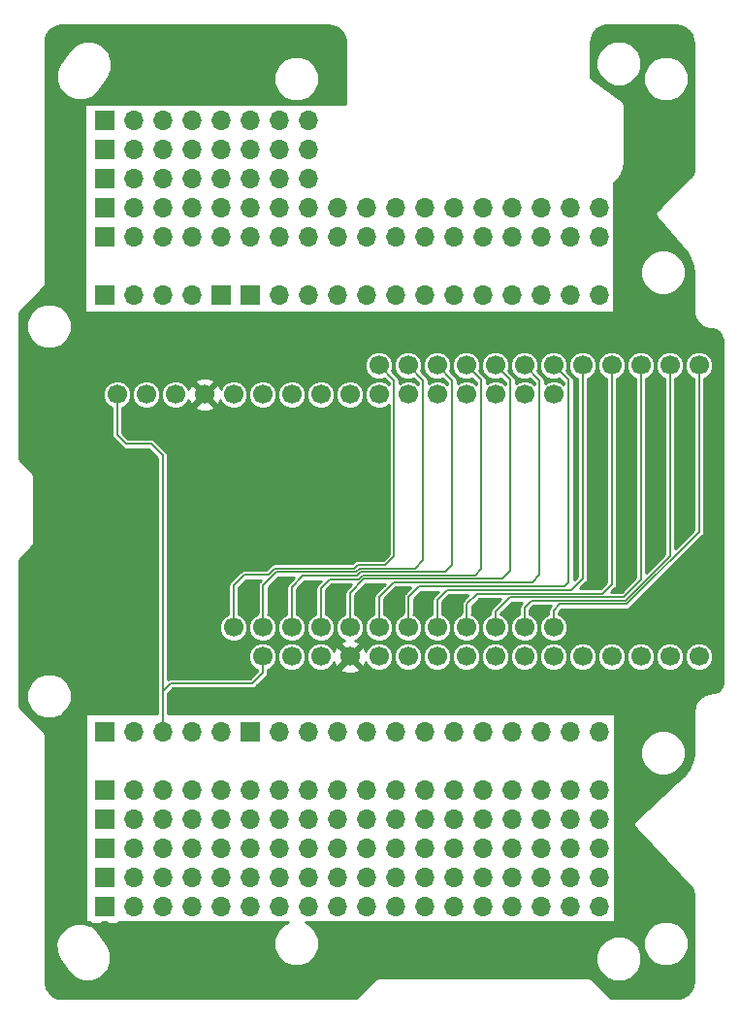
<source format=gtl>
G04 #@! TF.GenerationSoftware,KiCad,Pcbnew,(5.0.0-rc2-dev-444-g2974a2c10)*
G04 #@! TF.CreationDate,2019-12-15T15:38:47-08:00*
G04 #@! TF.ProjectId,CG_Robot_Friend,43475F526F626F745F467269656E642E,v04*
G04 #@! TF.SameCoordinates,Original*
G04 #@! TF.FileFunction,Copper,L1,Top,Signal*
G04 #@! TF.FilePolarity,Positive*
%FSLAX46Y46*%
G04 Gerber Fmt 4.6, Leading zero omitted, Abs format (unit mm)*
G04 Created by KiCad (PCBNEW (5.0.0-rc2-dev-444-g2974a2c10)) date 12/15/19 15:38:47*
%MOMM*%
%LPD*%
G01*
G04 APERTURE LIST*
%ADD10C,1.700000*%
%ADD11O,1.700000X1.700000*%
%ADD12R,1.700000X1.700000*%
%ADD13C,0.685800*%
%ADD14C,0.152400*%
%ADD15C,0.254000*%
G04 APERTURE END LIST*
D10*
X105250000Y-100076000D03*
X107790000Y-100076000D03*
X110330000Y-100076000D03*
X112870000Y-100076000D03*
X115410000Y-100076000D03*
X117950000Y-100076000D03*
X120490000Y-100076000D03*
X123030000Y-100076000D03*
X125570000Y-100076000D03*
X128110000Y-100076000D03*
X130650000Y-100076000D03*
X133190000Y-100076000D03*
X135730000Y-100076000D03*
X138270000Y-100076000D03*
X140810000Y-100076000D03*
X143350000Y-100076000D03*
X115410000Y-74676000D03*
X117950000Y-74676000D03*
X120490000Y-74676000D03*
X123030000Y-74676000D03*
X125570000Y-74676000D03*
X128110000Y-74676000D03*
X130650000Y-74676000D03*
X133190000Y-74676000D03*
X135730000Y-74676000D03*
X138270000Y-74676000D03*
X140810000Y-74676000D03*
X143350000Y-74676000D03*
X130657600Y-97536000D03*
X128117600Y-97536000D03*
X125577600Y-97536000D03*
X123037600Y-97536000D03*
X120497600Y-97536000D03*
X117957600Y-97536000D03*
X115417600Y-97536000D03*
X112877600Y-97536000D03*
X110337600Y-97536000D03*
X107797600Y-97536000D03*
X105257600Y-97536000D03*
X102717600Y-97536000D03*
X130657600Y-77216000D03*
X128117600Y-77216000D03*
X125577600Y-77216000D03*
X123037600Y-77216000D03*
X120497600Y-77216000D03*
X117957600Y-77216000D03*
X115417600Y-77216000D03*
X112877600Y-77216000D03*
X110337600Y-77216000D03*
X107797600Y-77216000D03*
X105257600Y-77216000D03*
X102717600Y-77216000D03*
X100177600Y-77216000D03*
X97637600Y-77216000D03*
X95097600Y-77216000D03*
X92557600Y-77216000D03*
D11*
X134620000Y-121920000D03*
X132080000Y-121920000D03*
X129540000Y-121920000D03*
X127000000Y-121920000D03*
X124460000Y-121920000D03*
X121920000Y-121920000D03*
X119380000Y-121920000D03*
X116840000Y-121920000D03*
X114300000Y-121920000D03*
X111760000Y-121920000D03*
X109220000Y-121920000D03*
X106680000Y-121920000D03*
X104140000Y-121920000D03*
X101600000Y-121920000D03*
X99060000Y-121920000D03*
X96520000Y-121920000D03*
X93980000Y-121920000D03*
D12*
X91440000Y-121920000D03*
D11*
X134620000Y-119380000D03*
X132080000Y-119380000D03*
X129540000Y-119380000D03*
X127000000Y-119380000D03*
X124460000Y-119380000D03*
X121920000Y-119380000D03*
X119380000Y-119380000D03*
X116840000Y-119380000D03*
X114300000Y-119380000D03*
X111760000Y-119380000D03*
X109220000Y-119380000D03*
X106680000Y-119380000D03*
X104140000Y-119380000D03*
X101600000Y-119380000D03*
X99060000Y-119380000D03*
X96520000Y-119380000D03*
X93980000Y-119380000D03*
D12*
X91440000Y-119380000D03*
D11*
X134620000Y-116840000D03*
X132080000Y-116840000D03*
X129540000Y-116840000D03*
X127000000Y-116840000D03*
X124460000Y-116840000D03*
X121920000Y-116840000D03*
X119380000Y-116840000D03*
X116840000Y-116840000D03*
X114300000Y-116840000D03*
X111760000Y-116840000D03*
X109220000Y-116840000D03*
X106680000Y-116840000D03*
X104140000Y-116840000D03*
X101600000Y-116840000D03*
X99060000Y-116840000D03*
X96520000Y-116840000D03*
X93980000Y-116840000D03*
D12*
X91440000Y-116840000D03*
D11*
X134620000Y-114300000D03*
X132080000Y-114300000D03*
X129540000Y-114300000D03*
X127000000Y-114300000D03*
X124460000Y-114300000D03*
X121920000Y-114300000D03*
X119380000Y-114300000D03*
X116840000Y-114300000D03*
X114300000Y-114300000D03*
X111760000Y-114300000D03*
X109220000Y-114300000D03*
X106680000Y-114300000D03*
X104140000Y-114300000D03*
X101600000Y-114300000D03*
X99060000Y-114300000D03*
X96520000Y-114300000D03*
X93980000Y-114300000D03*
D12*
X91440000Y-114300000D03*
D11*
X134620000Y-111760000D03*
X132080000Y-111760000D03*
X129540000Y-111760000D03*
X127000000Y-111760000D03*
X124460000Y-111760000D03*
X121920000Y-111760000D03*
X119380000Y-111760000D03*
X116840000Y-111760000D03*
X114300000Y-111760000D03*
X111760000Y-111760000D03*
X109220000Y-111760000D03*
X106680000Y-111760000D03*
X104140000Y-111760000D03*
X101600000Y-111760000D03*
X99060000Y-111760000D03*
X96520000Y-111760000D03*
X93980000Y-111760000D03*
D12*
X91440000Y-111760000D03*
D11*
X134620000Y-63500000D03*
X132080000Y-63500000D03*
X129540000Y-63500000D03*
X127000000Y-63500000D03*
X124460000Y-63500000D03*
X121920000Y-63500000D03*
X119380000Y-63500000D03*
X116840000Y-63500000D03*
X114300000Y-63500000D03*
X111760000Y-63500000D03*
X109220000Y-63500000D03*
X106680000Y-63500000D03*
X104140000Y-63500000D03*
X101600000Y-63500000D03*
X99060000Y-63500000D03*
X96520000Y-63500000D03*
X93980000Y-63500000D03*
D12*
X91440000Y-63500000D03*
D11*
X134620000Y-60960000D03*
X132080000Y-60960000D03*
X129540000Y-60960000D03*
X127000000Y-60960000D03*
X124460000Y-60960000D03*
X121920000Y-60960000D03*
X119380000Y-60960000D03*
X116840000Y-60960000D03*
X114300000Y-60960000D03*
X111760000Y-60960000D03*
X109220000Y-60960000D03*
X106680000Y-60960000D03*
X104140000Y-60960000D03*
X101600000Y-60960000D03*
X99060000Y-60960000D03*
X96520000Y-60960000D03*
X93980000Y-60960000D03*
D12*
X91440000Y-60960000D03*
D11*
X134620000Y-106680000D03*
X132080000Y-106680000D03*
X129540000Y-106680000D03*
X127000000Y-106680000D03*
X124460000Y-106680000D03*
X121920000Y-106680000D03*
X119380000Y-106680000D03*
X116840000Y-106680000D03*
X114300000Y-106680000D03*
X111760000Y-106680000D03*
X109220000Y-106680000D03*
X106680000Y-106680000D03*
D12*
X104140000Y-106680000D03*
D11*
X101600000Y-106680000D03*
X99060000Y-106680000D03*
X96520000Y-106680000D03*
X93980000Y-106680000D03*
D12*
X91440000Y-106680000D03*
D11*
X134620000Y-68580000D03*
X132080000Y-68580000D03*
X129540000Y-68580000D03*
X127000000Y-68580000D03*
X124460000Y-68580000D03*
X121920000Y-68580000D03*
X119380000Y-68580000D03*
X116840000Y-68580000D03*
X114300000Y-68580000D03*
X111760000Y-68580000D03*
X109220000Y-68580000D03*
X106680000Y-68580000D03*
D12*
X104140000Y-68580000D03*
X101600000Y-68580000D03*
D11*
X99060000Y-68580000D03*
X96520000Y-68580000D03*
X93980000Y-68580000D03*
D12*
X91440000Y-68580000D03*
X91440000Y-58420000D03*
D11*
X93980000Y-58420000D03*
X96520000Y-58420000D03*
X99060000Y-58420000D03*
X101600000Y-58420000D03*
X104140000Y-58420000D03*
X106680000Y-58420000D03*
X109220000Y-58420000D03*
X109220000Y-55880000D03*
X106680000Y-55880000D03*
X104140000Y-55880000D03*
X101600000Y-55880000D03*
X99060000Y-55880000D03*
X96520000Y-55880000D03*
X93980000Y-55880000D03*
D12*
X91440000Y-55880000D03*
X91440000Y-53340000D03*
D11*
X93980000Y-53340000D03*
X96520000Y-53340000D03*
X99060000Y-53340000D03*
X101600000Y-53340000D03*
X104140000Y-53340000D03*
X106680000Y-53340000D03*
X109220000Y-53340000D03*
D13*
X142240000Y-94234000D03*
X86360000Y-91694000D03*
X86360000Y-82804000D03*
X138000000Y-63500000D03*
X87884000Y-63500000D03*
X138000000Y-53340000D03*
X87884000Y-53340000D03*
X139700000Y-121920000D03*
X87884000Y-121920000D03*
X139700000Y-102235000D03*
X87884000Y-111760000D03*
X104140000Y-104394000D03*
X104120000Y-70880000D03*
X101600000Y-70790000D03*
X114300000Y-86995000D03*
D14*
X128117600Y-97536000D02*
X128117600Y-95783400D01*
X128701810Y-95199190D02*
X136906744Y-95199190D01*
X128117600Y-95783400D02*
X128701810Y-95199190D01*
X140810000Y-91295934D02*
X140810000Y-74676000D01*
X136906744Y-95199190D02*
X140810000Y-91295934D01*
X143350000Y-89187000D02*
X143350000Y-74676000D01*
X137033000Y-95504000D02*
X143350000Y-89187000D01*
X131191000Y-95504000D02*
X137033000Y-95504000D01*
X130657600Y-97536000D02*
X130657600Y-96037400D01*
X130657600Y-96037400D02*
X131191000Y-95504000D01*
X105250000Y-101506000D02*
X105250000Y-100076000D01*
X104343210Y-102412790D02*
X105250000Y-101506000D01*
X97231210Y-102412790D02*
X104343210Y-102412790D01*
X96520000Y-106680000D02*
X96520000Y-103124000D01*
X96520000Y-103124000D02*
X97231210Y-102412790D01*
X96520000Y-103124000D02*
X96520000Y-82550000D01*
X96520000Y-82550000D02*
X95504000Y-81534000D01*
X95504000Y-81534000D02*
X93345000Y-81534000D01*
X92557600Y-80746600D02*
X92557600Y-77216000D01*
X93345000Y-81534000D02*
X92557600Y-80746600D01*
X119253000Y-75979000D02*
X117950000Y-74676000D01*
X119253000Y-91694000D02*
X119253000Y-75979000D01*
X118567240Y-92379760D02*
X119253000Y-91694000D01*
X113718042Y-92379760D02*
X118567240Y-92379760D01*
X105283000Y-96308519D02*
X105283000Y-93853000D01*
X105283000Y-93853000D02*
X106426000Y-92710000D01*
X105257600Y-97536000D02*
X105257600Y-96333919D01*
X106426000Y-92710000D02*
X113387802Y-92710000D01*
X105257600Y-96333919D02*
X105283000Y-96308519D01*
X113387802Y-92710000D02*
X113718042Y-92379760D01*
X138270000Y-93378000D02*
X138270000Y-74676000D01*
X136753620Y-94894380D02*
X138270000Y-93378000D01*
X126847620Y-94894380D02*
X136753620Y-94894380D01*
X125577600Y-97536000D02*
X125577600Y-96164400D01*
X125577600Y-96164400D02*
X126847620Y-94894380D01*
X123037600Y-96333919D02*
X123063000Y-96308519D01*
X123037600Y-97536000D02*
X123037600Y-96333919D01*
X135730000Y-93759000D02*
X135730000Y-74676000D01*
X123063000Y-96308519D02*
X123063000Y-95504000D01*
X123063000Y-95504000D02*
X123977430Y-94589570D01*
X123977430Y-94589570D02*
X134899430Y-94589570D01*
X134899430Y-94589570D02*
X135730000Y-93759000D01*
X120497600Y-97536000D02*
X120497600Y-95148400D01*
X133190000Y-93251000D02*
X133190000Y-74676000D01*
X132156240Y-94284760D02*
X133190000Y-93251000D01*
X121361240Y-94284760D02*
X120497600Y-95148400D01*
X132156240Y-94284760D02*
X121361240Y-94284760D01*
X131953000Y-75946000D02*
X131920000Y-75946000D01*
X131953000Y-93599000D02*
X131953000Y-75946000D01*
X117957600Y-97536000D02*
X117957600Y-96333919D01*
X131920000Y-75946000D02*
X130650000Y-74676000D01*
X117957600Y-96333919D02*
X117983000Y-96308519D01*
X117983000Y-96308519D02*
X117983000Y-94869000D01*
X117983000Y-94869000D02*
X118872049Y-93979951D01*
X118872049Y-93979951D02*
X131572050Y-93979950D01*
X131572050Y-93979950D02*
X131953000Y-93599000D01*
X129413000Y-75979000D02*
X128110000Y-74676000D01*
X129413000Y-92964000D02*
X129413000Y-75979000D01*
X128778000Y-93599000D02*
X129413000Y-92964000D01*
X116713000Y-93599000D02*
X128778000Y-93599000D01*
X115417600Y-97536000D02*
X115417600Y-94894400D01*
X115417600Y-94894400D02*
X116713000Y-93599000D01*
X126840000Y-75946000D02*
X125570000Y-74676000D01*
X112877600Y-94513400D02*
X114096810Y-93294190D01*
X112877600Y-97536000D02*
X112877600Y-94513400D01*
X114096810Y-93294190D02*
X126161810Y-93294190D01*
X126161810Y-93294190D02*
X126873000Y-92583000D01*
X126873000Y-92583000D02*
X126873000Y-75946000D01*
X126873000Y-75946000D02*
X126840000Y-75946000D01*
X124300000Y-75946000D02*
X123030000Y-74676000D01*
X124333000Y-92456000D02*
X124333000Y-75946000D01*
X110337600Y-94132400D02*
X111125000Y-93345000D01*
X110337600Y-97536000D02*
X110337600Y-94132400D01*
X111125000Y-93345000D02*
X113614934Y-93345000D01*
X124333000Y-75946000D02*
X124300000Y-75946000D01*
X113614934Y-93345000D02*
X113970554Y-92989380D01*
X113970554Y-92989380D02*
X123799620Y-92989380D01*
X123799620Y-92989380D02*
X124333000Y-92456000D01*
X121793000Y-75979000D02*
X120490000Y-74676000D01*
X121793000Y-92075000D02*
X121793000Y-75979000D01*
X107797600Y-97536000D02*
X107797600Y-94005400D01*
X108762810Y-93040190D02*
X113488678Y-93040190D01*
X107797600Y-94005400D02*
X108762810Y-93040190D01*
X113844298Y-92684570D02*
X121183430Y-92684570D01*
X113488678Y-93040190D02*
X113844298Y-92684570D01*
X121183430Y-92684570D02*
X121793000Y-92075000D01*
X116713000Y-75979000D02*
X115410000Y-74676000D01*
X116713000Y-91313000D02*
X116713000Y-75979000D01*
X115951050Y-92074950D02*
X116713000Y-91313000D01*
X113591786Y-92074950D02*
X115951050Y-92074950D01*
X102717600Y-93878400D02*
X103632000Y-92964000D01*
X102717600Y-97536000D02*
X102717600Y-93878400D01*
X103632000Y-92964000D02*
X105740934Y-92964000D01*
X105740934Y-92964000D02*
X106299744Y-92405190D01*
X106299744Y-92405190D02*
X113261546Y-92405190D01*
X113261546Y-92405190D02*
X113591786Y-92074950D01*
D15*
G36*
X111410470Y-45071468D02*
X111789778Y-45243929D01*
X112105438Y-45515919D01*
X112332073Y-45865575D01*
X112455730Y-46279054D01*
X112472000Y-46497995D01*
X112472001Y-51866165D01*
X92443265Y-51866165D01*
X92416310Y-51855000D01*
X91725750Y-51855000D01*
X91714585Y-51866165D01*
X91165415Y-51866165D01*
X91154250Y-51855000D01*
X90463690Y-51855000D01*
X90436735Y-51866165D01*
X89830893Y-51866165D01*
X89782292Y-51875832D01*
X89741090Y-51903362D01*
X89713560Y-51944564D01*
X89703893Y-51993165D01*
X89703893Y-69977000D01*
X89713560Y-70025601D01*
X89741090Y-70066803D01*
X89782292Y-70094333D01*
X89830893Y-70104000D01*
X135804893Y-70104000D01*
X135853494Y-70094333D01*
X135894696Y-70066803D01*
X135922226Y-70025601D01*
X135931893Y-69977000D01*
X135931893Y-66153955D01*
X138227000Y-66153955D01*
X138227000Y-66942045D01*
X138528589Y-67670146D01*
X139085854Y-68227411D01*
X139813955Y-68529000D01*
X140602045Y-68529000D01*
X141330146Y-68227411D01*
X141887411Y-67670146D01*
X142189000Y-66942045D01*
X142189000Y-66153955D01*
X141887411Y-65425854D01*
X141330146Y-64868589D01*
X140602045Y-64567000D01*
X139813955Y-64567000D01*
X139085854Y-64868589D01*
X138528589Y-65425854D01*
X138227000Y-66153955D01*
X135931893Y-66153955D01*
X135931893Y-58725509D01*
X135981724Y-58693210D01*
X136025791Y-58654767D01*
X136070349Y-58616846D01*
X136073811Y-58612877D01*
X136426382Y-58203698D01*
X136457906Y-58154406D01*
X136490012Y-58105529D01*
X136492221Y-58100748D01*
X136715778Y-57609060D01*
X136732194Y-57552921D01*
X136749298Y-57496979D01*
X136750076Y-57491771D01*
X136822951Y-56982912D01*
X136831000Y-56942445D01*
X136831000Y-52014342D01*
X136835751Y-51943162D01*
X136817257Y-51888466D01*
X136805992Y-51831832D01*
X136790032Y-51807946D01*
X136780831Y-51780734D01*
X136742814Y-51737280D01*
X136710733Y-51689267D01*
X136651403Y-51649624D01*
X133906129Y-49537875D01*
X133907113Y-47929455D01*
X134353500Y-47929455D01*
X134353500Y-48717545D01*
X134655089Y-49445646D01*
X135212354Y-50002911D01*
X135940455Y-50304500D01*
X136728545Y-50304500D01*
X137456646Y-50002911D01*
X138013911Y-49445646D01*
X138089584Y-49262955D01*
X138481000Y-49262955D01*
X138481000Y-50051045D01*
X138782589Y-50779146D01*
X139339854Y-51336411D01*
X140067955Y-51638000D01*
X140856045Y-51638000D01*
X141584146Y-51336411D01*
X142141411Y-50779146D01*
X142443000Y-50051045D01*
X142443000Y-49262955D01*
X142141411Y-48534854D01*
X141584146Y-47977589D01*
X140856045Y-47676000D01*
X140067955Y-47676000D01*
X139339854Y-47977589D01*
X138782589Y-48534854D01*
X138481000Y-49262955D01*
X138089584Y-49262955D01*
X138315500Y-48717545D01*
X138315500Y-47929455D01*
X138013911Y-47201354D01*
X137456646Y-46644089D01*
X136728545Y-46342500D01*
X135940455Y-46342500D01*
X135212354Y-46644089D01*
X134655089Y-47201354D01*
X134353500Y-47929455D01*
X133907113Y-47929455D01*
X133907980Y-46512843D01*
X133971468Y-46069530D01*
X134143929Y-45690222D01*
X134415919Y-45374562D01*
X134765575Y-45147927D01*
X135179054Y-45024270D01*
X135397995Y-45008000D01*
X141320295Y-45008000D01*
X141763470Y-45071468D01*
X142142778Y-45243929D01*
X142458438Y-45515919D01*
X142685073Y-45865575D01*
X142808730Y-46279054D01*
X142825001Y-46498008D01*
X142825000Y-57620294D01*
X142768155Y-57942679D01*
X142616990Y-58204505D01*
X142478908Y-58335243D01*
X142474781Y-58337973D01*
X139691776Y-61095680D01*
X139667561Y-61109340D01*
X139631401Y-61155505D01*
X139620482Y-61166325D01*
X139605275Y-61188860D01*
X139561832Y-61244324D01*
X139557600Y-61259510D01*
X139548780Y-61272581D01*
X139534717Y-61341630D01*
X139515807Y-61409493D01*
X139517709Y-61425143D01*
X139514562Y-61440594D01*
X139527993Y-61509764D01*
X139536492Y-61579701D01*
X139544239Y-61593432D01*
X139547244Y-61608911D01*
X139586123Y-61667677D01*
X139599476Y-61691346D01*
X139609493Y-61703001D01*
X139641852Y-61751911D01*
X139664899Y-61767463D01*
X142255418Y-64781433D01*
X142567722Y-65337698D01*
X142762362Y-65962186D01*
X142825001Y-66594700D01*
X142825000Y-69892444D01*
X142828690Y-69910994D01*
X142845934Y-70108096D01*
X142860508Y-70162487D01*
X142870287Y-70217944D01*
X143021139Y-70632406D01*
X143021140Y-70632411D01*
X143095983Y-70762042D01*
X143379495Y-71099918D01*
X143494160Y-71196134D01*
X143494167Y-71196136D01*
X143876129Y-71416663D01*
X143876134Y-71416668D01*
X143991194Y-71458545D01*
X144016791Y-71467862D01*
X144016792Y-71467862D01*
X144451158Y-71544452D01*
X144810681Y-71607845D01*
X145061023Y-71752381D01*
X145246838Y-71973826D01*
X145352291Y-72263556D01*
X145365001Y-72408829D01*
X145365000Y-102324294D01*
X145308155Y-102646679D01*
X145163619Y-102897024D01*
X144942176Y-103082837D01*
X144652444Y-103188291D01*
X144488436Y-103202640D01*
X144267903Y-103221934D01*
X144213517Y-103236507D01*
X144158056Y-103246286D01*
X143743594Y-103397139D01*
X143743589Y-103397140D01*
X143613958Y-103471983D01*
X143276082Y-103755495D01*
X143182636Y-103866859D01*
X143179867Y-103870159D01*
X142959337Y-104252129D01*
X142959332Y-104252134D01*
X142937098Y-104313224D01*
X142908137Y-104392791D01*
X142908137Y-104392798D01*
X142832350Y-104822607D01*
X142825001Y-104859555D01*
X142825000Y-108674143D01*
X142690040Y-109298586D01*
X142424543Y-109889465D01*
X142041993Y-110412235D01*
X141544434Y-110857172D01*
X141494905Y-110891859D01*
X141469374Y-110907631D01*
X137786444Y-114336567D01*
X137749694Y-114359246D01*
X137724311Y-114394415D01*
X137724244Y-114394477D01*
X137700792Y-114427000D01*
X137649347Y-114498278D01*
X137649324Y-114498373D01*
X137649269Y-114498450D01*
X137629935Y-114580270D01*
X137609844Y-114665127D01*
X137609860Y-114665224D01*
X137609838Y-114665316D01*
X137623394Y-114748969D01*
X137637199Y-114834392D01*
X137637250Y-114834474D01*
X137637265Y-114834569D01*
X137682308Y-114907487D01*
X137704519Y-114943478D01*
X137704583Y-114943546D01*
X137727375Y-114980444D01*
X137762401Y-115005701D01*
X142753649Y-120371294D01*
X142822687Y-120611817D01*
X142825001Y-120660304D01*
X142825000Y-128366294D01*
X142761532Y-128809468D01*
X142589071Y-129188778D01*
X142317080Y-129504439D01*
X141967426Y-129731073D01*
X141553946Y-129854730D01*
X141335005Y-129871000D01*
X135687526Y-129871000D01*
X134065778Y-128249253D01*
X134041733Y-128213267D01*
X133899168Y-128118008D01*
X133773445Y-128093000D01*
X133773441Y-128093000D01*
X133731000Y-128084558D01*
X133688559Y-128093000D01*
X115358445Y-128093000D01*
X115316000Y-128084557D01*
X115273555Y-128093000D01*
X115147832Y-128118008D01*
X115005267Y-128213267D01*
X114981224Y-128249250D01*
X113359475Y-129871000D01*
X87787705Y-129871000D01*
X87344532Y-129807532D01*
X86965222Y-129635071D01*
X86649561Y-129363080D01*
X86422927Y-129013426D01*
X86299270Y-128599946D01*
X86283000Y-128381005D01*
X86283000Y-125038024D01*
X87193499Y-125038024D01*
X87211559Y-125865699D01*
X87460817Y-126432184D01*
X88326872Y-127669039D01*
X88773941Y-128097015D01*
X89545525Y-128397068D01*
X90373201Y-128379009D01*
X91130963Y-128045586D01*
X91703448Y-127447560D01*
X92003501Y-126675976D01*
X91985442Y-125848300D01*
X91736183Y-125281817D01*
X90870128Y-124044961D01*
X90423059Y-123616985D01*
X89651475Y-123316932D01*
X88823800Y-123334992D01*
X88066038Y-123668415D01*
X87493552Y-124266440D01*
X87193499Y-125038024D01*
X86283000Y-125038024D01*
X86283000Y-106976440D01*
X86291442Y-106933999D01*
X86283000Y-106891558D01*
X86283000Y-106891555D01*
X86257992Y-106765832D01*
X86200641Y-106680000D01*
X86186776Y-106659249D01*
X86186774Y-106659247D01*
X86162733Y-106623267D01*
X86126753Y-106599226D01*
X83997000Y-104469475D01*
X83997000Y-103110955D01*
X84633000Y-103110955D01*
X84633000Y-103899045D01*
X84934589Y-104627146D01*
X85491854Y-105184411D01*
X86219955Y-105486000D01*
X87008045Y-105486000D01*
X87736146Y-105184411D01*
X87764557Y-105156000D01*
X89789000Y-105156000D01*
X89789000Y-123139835D01*
X89798667Y-123188436D01*
X89826197Y-123229638D01*
X89867399Y-123257168D01*
X89916000Y-123266835D01*
X90188809Y-123266835D01*
X90230301Y-123308327D01*
X90463690Y-123405000D01*
X91154250Y-123405000D01*
X91292415Y-123266835D01*
X91587585Y-123266835D01*
X91725750Y-123405000D01*
X92416310Y-123405000D01*
X92649699Y-123308327D01*
X92691191Y-123266835D01*
X107440978Y-123266835D01*
X107081854Y-123415589D01*
X106524589Y-123972854D01*
X106223000Y-124700955D01*
X106223000Y-125489045D01*
X106524589Y-126217146D01*
X107081854Y-126774411D01*
X107809955Y-127076000D01*
X108598045Y-127076000D01*
X109326146Y-126774411D01*
X109883411Y-126217146D01*
X109959084Y-126034455D01*
X134353500Y-126034455D01*
X134353500Y-126822545D01*
X134655089Y-127550646D01*
X135212354Y-128107911D01*
X135940455Y-128409500D01*
X136728545Y-128409500D01*
X137456646Y-128107911D01*
X138013911Y-127550646D01*
X138315500Y-126822545D01*
X138315500Y-126034455D01*
X138013911Y-125306354D01*
X137456646Y-124749089D01*
X137340441Y-124700955D01*
X138481000Y-124700955D01*
X138481000Y-125489045D01*
X138782589Y-126217146D01*
X139339854Y-126774411D01*
X140067955Y-127076000D01*
X140856045Y-127076000D01*
X141584146Y-126774411D01*
X142141411Y-126217146D01*
X142443000Y-125489045D01*
X142443000Y-124700955D01*
X142141411Y-123972854D01*
X141584146Y-123415589D01*
X140856045Y-123114000D01*
X140067955Y-123114000D01*
X139339854Y-123415589D01*
X138782589Y-123972854D01*
X138481000Y-124700955D01*
X137340441Y-124700955D01*
X136728545Y-124447500D01*
X135940455Y-124447500D01*
X135212354Y-124749089D01*
X134655089Y-125306354D01*
X134353500Y-126034455D01*
X109959084Y-126034455D01*
X110185000Y-125489045D01*
X110185000Y-124700955D01*
X109883411Y-123972854D01*
X109326146Y-123415589D01*
X108967022Y-123266835D01*
X135890000Y-123266835D01*
X135938601Y-123257168D01*
X135979803Y-123229638D01*
X136007333Y-123188436D01*
X136017000Y-123139835D01*
X136017000Y-108063955D01*
X138227000Y-108063955D01*
X138227000Y-108852045D01*
X138528589Y-109580146D01*
X139085854Y-110137411D01*
X139813955Y-110439000D01*
X140602045Y-110439000D01*
X141330146Y-110137411D01*
X141887411Y-109580146D01*
X142189000Y-108852045D01*
X142189000Y-108063955D01*
X141887411Y-107335854D01*
X141330146Y-106778589D01*
X140602045Y-106477000D01*
X139813955Y-106477000D01*
X139085854Y-106778589D01*
X138528589Y-107335854D01*
X138227000Y-108063955D01*
X136017000Y-108063955D01*
X136017000Y-105156000D01*
X136007333Y-105107399D01*
X135979803Y-105066197D01*
X135938601Y-105038667D01*
X135890000Y-105029000D01*
X96977200Y-105029000D01*
X96977200Y-103313378D01*
X97420589Y-102869990D01*
X104298180Y-102869990D01*
X104343210Y-102878947D01*
X104388240Y-102869990D01*
X104521601Y-102843463D01*
X104672833Y-102742413D01*
X104698342Y-102704236D01*
X105541449Y-101861130D01*
X105579623Y-101835623D01*
X105680673Y-101684391D01*
X105707200Y-101551030D01*
X105707200Y-101551029D01*
X105716157Y-101506000D01*
X105707200Y-101460970D01*
X105707200Y-101219047D01*
X105947306Y-101119592D01*
X106293592Y-100773306D01*
X106481000Y-100320861D01*
X106481000Y-99831139D01*
X106559000Y-99831139D01*
X106559000Y-100320861D01*
X106746408Y-100773306D01*
X107092694Y-101119592D01*
X107545139Y-101307000D01*
X108034861Y-101307000D01*
X108487306Y-101119592D01*
X108833592Y-100773306D01*
X109021000Y-100320861D01*
X109021000Y-99831139D01*
X109099000Y-99831139D01*
X109099000Y-100320861D01*
X109286408Y-100773306D01*
X109632694Y-101119592D01*
X110085139Y-101307000D01*
X110574861Y-101307000D01*
X111026422Y-101119958D01*
X112005647Y-101119958D01*
X112085920Y-101371259D01*
X112641279Y-101572718D01*
X113231458Y-101546315D01*
X113654080Y-101371259D01*
X113734353Y-101119958D01*
X112870000Y-100255605D01*
X112005647Y-101119958D01*
X111026422Y-101119958D01*
X111027306Y-101119592D01*
X111373592Y-100773306D01*
X111456195Y-100573884D01*
X111574741Y-100860080D01*
X111826042Y-100940353D01*
X112690395Y-100076000D01*
X113049605Y-100076000D01*
X113913958Y-100940353D01*
X114165259Y-100860080D01*
X114275954Y-100554929D01*
X114366408Y-100773306D01*
X114712694Y-101119592D01*
X115165139Y-101307000D01*
X115654861Y-101307000D01*
X116107306Y-101119592D01*
X116453592Y-100773306D01*
X116641000Y-100320861D01*
X116641000Y-99831139D01*
X116719000Y-99831139D01*
X116719000Y-100320861D01*
X116906408Y-100773306D01*
X117252694Y-101119592D01*
X117705139Y-101307000D01*
X118194861Y-101307000D01*
X118647306Y-101119592D01*
X118993592Y-100773306D01*
X119181000Y-100320861D01*
X119181000Y-99831139D01*
X119259000Y-99831139D01*
X119259000Y-100320861D01*
X119446408Y-100773306D01*
X119792694Y-101119592D01*
X120245139Y-101307000D01*
X120734861Y-101307000D01*
X121187306Y-101119592D01*
X121533592Y-100773306D01*
X121721000Y-100320861D01*
X121721000Y-99831139D01*
X121799000Y-99831139D01*
X121799000Y-100320861D01*
X121986408Y-100773306D01*
X122332694Y-101119592D01*
X122785139Y-101307000D01*
X123274861Y-101307000D01*
X123727306Y-101119592D01*
X124073592Y-100773306D01*
X124261000Y-100320861D01*
X124261000Y-99831139D01*
X124339000Y-99831139D01*
X124339000Y-100320861D01*
X124526408Y-100773306D01*
X124872694Y-101119592D01*
X125325139Y-101307000D01*
X125814861Y-101307000D01*
X126267306Y-101119592D01*
X126613592Y-100773306D01*
X126801000Y-100320861D01*
X126801000Y-99831139D01*
X126879000Y-99831139D01*
X126879000Y-100320861D01*
X127066408Y-100773306D01*
X127412694Y-101119592D01*
X127865139Y-101307000D01*
X128354861Y-101307000D01*
X128807306Y-101119592D01*
X129153592Y-100773306D01*
X129341000Y-100320861D01*
X129341000Y-99831139D01*
X129419000Y-99831139D01*
X129419000Y-100320861D01*
X129606408Y-100773306D01*
X129952694Y-101119592D01*
X130405139Y-101307000D01*
X130894861Y-101307000D01*
X131347306Y-101119592D01*
X131693592Y-100773306D01*
X131881000Y-100320861D01*
X131881000Y-99831139D01*
X131959000Y-99831139D01*
X131959000Y-100320861D01*
X132146408Y-100773306D01*
X132492694Y-101119592D01*
X132945139Y-101307000D01*
X133434861Y-101307000D01*
X133887306Y-101119592D01*
X134233592Y-100773306D01*
X134421000Y-100320861D01*
X134421000Y-99831139D01*
X134499000Y-99831139D01*
X134499000Y-100320861D01*
X134686408Y-100773306D01*
X135032694Y-101119592D01*
X135485139Y-101307000D01*
X135974861Y-101307000D01*
X136427306Y-101119592D01*
X136773592Y-100773306D01*
X136961000Y-100320861D01*
X136961000Y-99831139D01*
X137039000Y-99831139D01*
X137039000Y-100320861D01*
X137226408Y-100773306D01*
X137572694Y-101119592D01*
X138025139Y-101307000D01*
X138514861Y-101307000D01*
X138967306Y-101119592D01*
X139313592Y-100773306D01*
X139501000Y-100320861D01*
X139501000Y-99831139D01*
X139579000Y-99831139D01*
X139579000Y-100320861D01*
X139766408Y-100773306D01*
X140112694Y-101119592D01*
X140565139Y-101307000D01*
X141054861Y-101307000D01*
X141507306Y-101119592D01*
X141853592Y-100773306D01*
X142041000Y-100320861D01*
X142041000Y-99831139D01*
X142119000Y-99831139D01*
X142119000Y-100320861D01*
X142306408Y-100773306D01*
X142652694Y-101119592D01*
X143105139Y-101307000D01*
X143594861Y-101307000D01*
X144047306Y-101119592D01*
X144393592Y-100773306D01*
X144581000Y-100320861D01*
X144581000Y-99831139D01*
X144393592Y-99378694D01*
X144047306Y-99032408D01*
X143594861Y-98845000D01*
X143105139Y-98845000D01*
X142652694Y-99032408D01*
X142306408Y-99378694D01*
X142119000Y-99831139D01*
X142041000Y-99831139D01*
X141853592Y-99378694D01*
X141507306Y-99032408D01*
X141054861Y-98845000D01*
X140565139Y-98845000D01*
X140112694Y-99032408D01*
X139766408Y-99378694D01*
X139579000Y-99831139D01*
X139501000Y-99831139D01*
X139313592Y-99378694D01*
X138967306Y-99032408D01*
X138514861Y-98845000D01*
X138025139Y-98845000D01*
X137572694Y-99032408D01*
X137226408Y-99378694D01*
X137039000Y-99831139D01*
X136961000Y-99831139D01*
X136773592Y-99378694D01*
X136427306Y-99032408D01*
X135974861Y-98845000D01*
X135485139Y-98845000D01*
X135032694Y-99032408D01*
X134686408Y-99378694D01*
X134499000Y-99831139D01*
X134421000Y-99831139D01*
X134233592Y-99378694D01*
X133887306Y-99032408D01*
X133434861Y-98845000D01*
X132945139Y-98845000D01*
X132492694Y-99032408D01*
X132146408Y-99378694D01*
X131959000Y-99831139D01*
X131881000Y-99831139D01*
X131693592Y-99378694D01*
X131347306Y-99032408D01*
X130894861Y-98845000D01*
X130405139Y-98845000D01*
X129952694Y-99032408D01*
X129606408Y-99378694D01*
X129419000Y-99831139D01*
X129341000Y-99831139D01*
X129153592Y-99378694D01*
X128807306Y-99032408D01*
X128354861Y-98845000D01*
X127865139Y-98845000D01*
X127412694Y-99032408D01*
X127066408Y-99378694D01*
X126879000Y-99831139D01*
X126801000Y-99831139D01*
X126613592Y-99378694D01*
X126267306Y-99032408D01*
X125814861Y-98845000D01*
X125325139Y-98845000D01*
X124872694Y-99032408D01*
X124526408Y-99378694D01*
X124339000Y-99831139D01*
X124261000Y-99831139D01*
X124073592Y-99378694D01*
X123727306Y-99032408D01*
X123274861Y-98845000D01*
X122785139Y-98845000D01*
X122332694Y-99032408D01*
X121986408Y-99378694D01*
X121799000Y-99831139D01*
X121721000Y-99831139D01*
X121533592Y-99378694D01*
X121187306Y-99032408D01*
X120734861Y-98845000D01*
X120245139Y-98845000D01*
X119792694Y-99032408D01*
X119446408Y-99378694D01*
X119259000Y-99831139D01*
X119181000Y-99831139D01*
X118993592Y-99378694D01*
X118647306Y-99032408D01*
X118194861Y-98845000D01*
X117705139Y-98845000D01*
X117252694Y-99032408D01*
X116906408Y-99378694D01*
X116719000Y-99831139D01*
X116641000Y-99831139D01*
X116453592Y-99378694D01*
X116107306Y-99032408D01*
X115654861Y-98845000D01*
X115165139Y-98845000D01*
X114712694Y-99032408D01*
X114366408Y-99378694D01*
X114283805Y-99578116D01*
X114165259Y-99291920D01*
X113913958Y-99211647D01*
X113049605Y-100076000D01*
X112690395Y-100076000D01*
X111826042Y-99211647D01*
X111574741Y-99291920D01*
X111464046Y-99597071D01*
X111373592Y-99378694D01*
X111027306Y-99032408D01*
X110574861Y-98845000D01*
X110085139Y-98845000D01*
X109632694Y-99032408D01*
X109286408Y-99378694D01*
X109099000Y-99831139D01*
X109021000Y-99831139D01*
X108833592Y-99378694D01*
X108487306Y-99032408D01*
X108034861Y-98845000D01*
X107545139Y-98845000D01*
X107092694Y-99032408D01*
X106746408Y-99378694D01*
X106559000Y-99831139D01*
X106481000Y-99831139D01*
X106293592Y-99378694D01*
X105947306Y-99032408D01*
X105494861Y-98845000D01*
X105005139Y-98845000D01*
X104552694Y-99032408D01*
X104206408Y-99378694D01*
X104019000Y-99831139D01*
X104019000Y-100320861D01*
X104206408Y-100773306D01*
X104552694Y-101119592D01*
X104792800Y-101219047D01*
X104792800Y-101316621D01*
X104153832Y-101955590D01*
X97276240Y-101955590D01*
X97231210Y-101946633D01*
X97186180Y-101955590D01*
X97052819Y-101982117D01*
X96977200Y-102032644D01*
X96977200Y-97291139D01*
X101486600Y-97291139D01*
X101486600Y-97780861D01*
X101674008Y-98233306D01*
X102020294Y-98579592D01*
X102472739Y-98767000D01*
X102962461Y-98767000D01*
X103414906Y-98579592D01*
X103761192Y-98233306D01*
X103948600Y-97780861D01*
X103948600Y-97291139D01*
X103761192Y-96838694D01*
X103414906Y-96492408D01*
X103174800Y-96392953D01*
X103174800Y-94067778D01*
X103821379Y-93421200D01*
X105068222Y-93421200D01*
X104991552Y-93497870D01*
X104953378Y-93523377D01*
X104927871Y-93561551D01*
X104927870Y-93561552D01*
X104852327Y-93674610D01*
X104816843Y-93853000D01*
X104825801Y-93898035D01*
X104825800Y-96161194D01*
X104791443Y-96333919D01*
X104800401Y-96378954D01*
X104800401Y-96392953D01*
X104560294Y-96492408D01*
X104214008Y-96838694D01*
X104026600Y-97291139D01*
X104026600Y-97780861D01*
X104214008Y-98233306D01*
X104560294Y-98579592D01*
X105012739Y-98767000D01*
X105502461Y-98767000D01*
X105954906Y-98579592D01*
X106301192Y-98233306D01*
X106488600Y-97780861D01*
X106488600Y-97291139D01*
X106301192Y-96838694D01*
X105954906Y-96492408D01*
X105731025Y-96399674D01*
X105740200Y-96353549D01*
X105740200Y-96353548D01*
X105749157Y-96308520D01*
X105740200Y-96263490D01*
X105740200Y-94042378D01*
X106615379Y-93167200D01*
X107989221Y-93167200D01*
X107506152Y-93650270D01*
X107467978Y-93675777D01*
X107442471Y-93713951D01*
X107442470Y-93713952D01*
X107366927Y-93827010D01*
X107331443Y-94005400D01*
X107340401Y-94050435D01*
X107340400Y-96392953D01*
X107100294Y-96492408D01*
X106754008Y-96838694D01*
X106566600Y-97291139D01*
X106566600Y-97780861D01*
X106754008Y-98233306D01*
X107100294Y-98579592D01*
X107552739Y-98767000D01*
X108042461Y-98767000D01*
X108494906Y-98579592D01*
X108841192Y-98233306D01*
X109028600Y-97780861D01*
X109028600Y-97291139D01*
X108841192Y-96838694D01*
X108494906Y-96492408D01*
X108254800Y-96392953D01*
X108254800Y-94194778D01*
X108952189Y-93497390D01*
X110326032Y-93497390D01*
X110046152Y-93777270D01*
X110007978Y-93802777D01*
X109982471Y-93840951D01*
X109982470Y-93840952D01*
X109906927Y-93954010D01*
X109871443Y-94132400D01*
X109880401Y-94177435D01*
X109880400Y-96392953D01*
X109640294Y-96492408D01*
X109294008Y-96838694D01*
X109106600Y-97291139D01*
X109106600Y-97780861D01*
X109294008Y-98233306D01*
X109640294Y-98579592D01*
X110092739Y-98767000D01*
X110582461Y-98767000D01*
X111034906Y-98579592D01*
X111381192Y-98233306D01*
X111568600Y-97780861D01*
X111568600Y-97291139D01*
X111381192Y-96838694D01*
X111034906Y-96492408D01*
X110794800Y-96392953D01*
X110794800Y-94321778D01*
X111314379Y-93802200D01*
X112942222Y-93802200D01*
X112586152Y-94158270D01*
X112547978Y-94183777D01*
X112522471Y-94221951D01*
X112522470Y-94221952D01*
X112446927Y-94335010D01*
X112411443Y-94513400D01*
X112420401Y-94558435D01*
X112420400Y-96392953D01*
X112180294Y-96492408D01*
X111834008Y-96838694D01*
X111646600Y-97291139D01*
X111646600Y-97780861D01*
X111834008Y-98233306D01*
X112180294Y-98579592D01*
X112375916Y-98660621D01*
X112085920Y-98780741D01*
X112005647Y-99032042D01*
X112870000Y-99896395D01*
X113734353Y-99032042D01*
X113654080Y-98780741D01*
X113352981Y-98671516D01*
X113574906Y-98579592D01*
X113921192Y-98233306D01*
X114108600Y-97780861D01*
X114108600Y-97291139D01*
X113921192Y-96838694D01*
X113574906Y-96492408D01*
X113334800Y-96392953D01*
X113334800Y-94702778D01*
X114286189Y-93751390D01*
X115914031Y-93751390D01*
X115126152Y-94539270D01*
X115087978Y-94564777D01*
X115062471Y-94602951D01*
X115062470Y-94602952D01*
X114986927Y-94716010D01*
X114951443Y-94894400D01*
X114960401Y-94939435D01*
X114960400Y-96392953D01*
X114720294Y-96492408D01*
X114374008Y-96838694D01*
X114186600Y-97291139D01*
X114186600Y-97780861D01*
X114374008Y-98233306D01*
X114720294Y-98579592D01*
X115172739Y-98767000D01*
X115662461Y-98767000D01*
X116114906Y-98579592D01*
X116461192Y-98233306D01*
X116648600Y-97780861D01*
X116648600Y-97291139D01*
X116461192Y-96838694D01*
X116114906Y-96492408D01*
X115874800Y-96392953D01*
X115874800Y-95083778D01*
X116902379Y-94056200D01*
X118149221Y-94056200D01*
X117691552Y-94513870D01*
X117653378Y-94539377D01*
X117627871Y-94577551D01*
X117627870Y-94577552D01*
X117552327Y-94690610D01*
X117516843Y-94869000D01*
X117525801Y-94914035D01*
X117525800Y-96161194D01*
X117491443Y-96333919D01*
X117500401Y-96378954D01*
X117500401Y-96392953D01*
X117260294Y-96492408D01*
X116914008Y-96838694D01*
X116726600Y-97291139D01*
X116726600Y-97780861D01*
X116914008Y-98233306D01*
X117260294Y-98579592D01*
X117712739Y-98767000D01*
X118202461Y-98767000D01*
X118654906Y-98579592D01*
X119001192Y-98233306D01*
X119188600Y-97780861D01*
X119188600Y-97291139D01*
X119001192Y-96838694D01*
X118654906Y-96492408D01*
X118431025Y-96399674D01*
X118440200Y-96353549D01*
X118440200Y-96353548D01*
X118449157Y-96308520D01*
X118440200Y-96263490D01*
X118440200Y-95058378D01*
X119061428Y-94437151D01*
X120562271Y-94437151D01*
X120206152Y-94793270D01*
X120167978Y-94818777D01*
X120142471Y-94856951D01*
X120142470Y-94856952D01*
X120066927Y-94970010D01*
X120031443Y-95148400D01*
X120040401Y-95193435D01*
X120040400Y-96392953D01*
X119800294Y-96492408D01*
X119454008Y-96838694D01*
X119266600Y-97291139D01*
X119266600Y-97780861D01*
X119454008Y-98233306D01*
X119800294Y-98579592D01*
X120252739Y-98767000D01*
X120742461Y-98767000D01*
X121194906Y-98579592D01*
X121541192Y-98233306D01*
X121728600Y-97780861D01*
X121728600Y-97291139D01*
X121541192Y-96838694D01*
X121194906Y-96492408D01*
X120954800Y-96392953D01*
X120954800Y-95337778D01*
X121550618Y-94741960D01*
X123178462Y-94741960D01*
X122771552Y-95148870D01*
X122733378Y-95174377D01*
X122707871Y-95212551D01*
X122707870Y-95212552D01*
X122632327Y-95325610D01*
X122596843Y-95504000D01*
X122605801Y-95549034D01*
X122605800Y-96161194D01*
X122571443Y-96333919D01*
X122580401Y-96378954D01*
X122580401Y-96392953D01*
X122340294Y-96492408D01*
X121994008Y-96838694D01*
X121806600Y-97291139D01*
X121806600Y-97780861D01*
X121994008Y-98233306D01*
X122340294Y-98579592D01*
X122792739Y-98767000D01*
X123282461Y-98767000D01*
X123734906Y-98579592D01*
X124081192Y-98233306D01*
X124268600Y-97780861D01*
X124268600Y-97291139D01*
X124081192Y-96838694D01*
X123734906Y-96492408D01*
X123511025Y-96399674D01*
X123520200Y-96353549D01*
X123520200Y-96353548D01*
X123529157Y-96308520D01*
X123520200Y-96263490D01*
X123520200Y-95693378D01*
X124166809Y-95046770D01*
X126048652Y-95046770D01*
X125286152Y-95809270D01*
X125247978Y-95834777D01*
X125222471Y-95872951D01*
X125222470Y-95872952D01*
X125146927Y-95986010D01*
X125111443Y-96164400D01*
X125120401Y-96209435D01*
X125120401Y-96392953D01*
X124880294Y-96492408D01*
X124534008Y-96838694D01*
X124346600Y-97291139D01*
X124346600Y-97780861D01*
X124534008Y-98233306D01*
X124880294Y-98579592D01*
X125332739Y-98767000D01*
X125822461Y-98767000D01*
X126274906Y-98579592D01*
X126621192Y-98233306D01*
X126808600Y-97780861D01*
X126808600Y-97291139D01*
X126621192Y-96838694D01*
X126274906Y-96492408D01*
X126034800Y-96392953D01*
X126034800Y-96353778D01*
X127036998Y-95351580D01*
X127902842Y-95351580D01*
X127826152Y-95428270D01*
X127787978Y-95453777D01*
X127762471Y-95491951D01*
X127762470Y-95491952D01*
X127686927Y-95605010D01*
X127651443Y-95783400D01*
X127660401Y-95828435D01*
X127660401Y-96392953D01*
X127420294Y-96492408D01*
X127074008Y-96838694D01*
X126886600Y-97291139D01*
X126886600Y-97780861D01*
X127074008Y-98233306D01*
X127420294Y-98579592D01*
X127872739Y-98767000D01*
X128362461Y-98767000D01*
X128814906Y-98579592D01*
X129161192Y-98233306D01*
X129348600Y-97780861D01*
X129348600Y-97291139D01*
X129161192Y-96838694D01*
X128814906Y-96492408D01*
X128574800Y-96392953D01*
X128574800Y-95972778D01*
X128891188Y-95656390D01*
X130392032Y-95656390D01*
X130366152Y-95682270D01*
X130327978Y-95707777D01*
X130302471Y-95745951D01*
X130302470Y-95745952D01*
X130226927Y-95859010D01*
X130191443Y-96037400D01*
X130200401Y-96082435D01*
X130200401Y-96392953D01*
X129960294Y-96492408D01*
X129614008Y-96838694D01*
X129426600Y-97291139D01*
X129426600Y-97780861D01*
X129614008Y-98233306D01*
X129960294Y-98579592D01*
X130412739Y-98767000D01*
X130902461Y-98767000D01*
X131354906Y-98579592D01*
X131701192Y-98233306D01*
X131888600Y-97780861D01*
X131888600Y-97291139D01*
X131701192Y-96838694D01*
X131354906Y-96492408D01*
X131114800Y-96392953D01*
X131114800Y-96226778D01*
X131380378Y-95961200D01*
X136987970Y-95961200D01*
X137033000Y-95970157D01*
X137078030Y-95961200D01*
X137211391Y-95934673D01*
X137362623Y-95833623D01*
X137388132Y-95795446D01*
X143641449Y-89542130D01*
X143679623Y-89516623D01*
X143780673Y-89365391D01*
X143807200Y-89232030D01*
X143807200Y-89232029D01*
X143816157Y-89187001D01*
X143807200Y-89141971D01*
X143807200Y-75819047D01*
X144047306Y-75719592D01*
X144393592Y-75373306D01*
X144581000Y-74920861D01*
X144581000Y-74431139D01*
X144393592Y-73978694D01*
X144047306Y-73632408D01*
X143594861Y-73445000D01*
X143105139Y-73445000D01*
X142652694Y-73632408D01*
X142306408Y-73978694D01*
X142119000Y-74431139D01*
X142119000Y-74920861D01*
X142306408Y-75373306D01*
X142652694Y-75719592D01*
X142892801Y-75819047D01*
X142892800Y-88997621D01*
X141267200Y-90623221D01*
X141267200Y-75819047D01*
X141507306Y-75719592D01*
X141853592Y-75373306D01*
X142041000Y-74920861D01*
X142041000Y-74431139D01*
X141853592Y-73978694D01*
X141507306Y-73632408D01*
X141054861Y-73445000D01*
X140565139Y-73445000D01*
X140112694Y-73632408D01*
X139766408Y-73978694D01*
X139579000Y-74431139D01*
X139579000Y-74920861D01*
X139766408Y-75373306D01*
X140112694Y-75719592D01*
X140352801Y-75819047D01*
X140352800Y-91106556D01*
X138727200Y-92732156D01*
X138727200Y-75819047D01*
X138967306Y-75719592D01*
X139313592Y-75373306D01*
X139501000Y-74920861D01*
X139501000Y-74431139D01*
X139313592Y-73978694D01*
X138967306Y-73632408D01*
X138514861Y-73445000D01*
X138025139Y-73445000D01*
X137572694Y-73632408D01*
X137226408Y-73978694D01*
X137039000Y-74431139D01*
X137039000Y-74920861D01*
X137226408Y-75373306D01*
X137572694Y-75719592D01*
X137812801Y-75819047D01*
X137812800Y-93188621D01*
X136564242Y-94437180D01*
X135698398Y-94437180D01*
X136021446Y-94114132D01*
X136059623Y-94088623D01*
X136160673Y-93937391D01*
X136170010Y-93890449D01*
X136196157Y-93759001D01*
X136187200Y-93713971D01*
X136187200Y-75819047D01*
X136427306Y-75719592D01*
X136773592Y-75373306D01*
X136961000Y-74920861D01*
X136961000Y-74431139D01*
X136773592Y-73978694D01*
X136427306Y-73632408D01*
X135974861Y-73445000D01*
X135485139Y-73445000D01*
X135032694Y-73632408D01*
X134686408Y-73978694D01*
X134499000Y-74431139D01*
X134499000Y-74920861D01*
X134686408Y-75373306D01*
X135032694Y-75719592D01*
X135272801Y-75819047D01*
X135272800Y-93569622D01*
X134710052Y-94132370D01*
X132955208Y-94132370D01*
X133481446Y-93606132D01*
X133519623Y-93580623D01*
X133620673Y-93429391D01*
X133647200Y-93296030D01*
X133647200Y-93296029D01*
X133656157Y-93251001D01*
X133647200Y-93205972D01*
X133647200Y-75819047D01*
X133887306Y-75719592D01*
X134233592Y-75373306D01*
X134421000Y-74920861D01*
X134421000Y-74431139D01*
X134233592Y-73978694D01*
X133887306Y-73632408D01*
X133434861Y-73445000D01*
X132945139Y-73445000D01*
X132492694Y-73632408D01*
X132146408Y-73978694D01*
X131959000Y-74431139D01*
X131959000Y-74920861D01*
X132146408Y-75373306D01*
X132492694Y-75719592D01*
X132732801Y-75819047D01*
X132732800Y-93061622D01*
X132410200Y-93384222D01*
X132410200Y-75991030D01*
X132419157Y-75946000D01*
X132383673Y-75767609D01*
X132282623Y-75616377D01*
X132144997Y-75524419D01*
X131781545Y-75160967D01*
X131881000Y-74920861D01*
X131881000Y-74431139D01*
X131693592Y-73978694D01*
X131347306Y-73632408D01*
X130894861Y-73445000D01*
X130405139Y-73445000D01*
X129952694Y-73632408D01*
X129606408Y-73978694D01*
X129419000Y-74431139D01*
X129419000Y-74920861D01*
X129606408Y-75373306D01*
X129952694Y-75719592D01*
X130405139Y-75907000D01*
X130894861Y-75907000D01*
X131134967Y-75807545D01*
X131495801Y-76168380D01*
X131495801Y-76313303D01*
X131354906Y-76172408D01*
X130902461Y-75985000D01*
X130412739Y-75985000D01*
X129960294Y-76172408D01*
X129870200Y-76262502D01*
X129870200Y-76024029D01*
X129879157Y-75978999D01*
X129843673Y-75800609D01*
X129768130Y-75687551D01*
X129742623Y-75649377D01*
X129704449Y-75623870D01*
X129241545Y-75160967D01*
X129341000Y-74920861D01*
X129341000Y-74431139D01*
X129153592Y-73978694D01*
X128807306Y-73632408D01*
X128354861Y-73445000D01*
X127865139Y-73445000D01*
X127412694Y-73632408D01*
X127066408Y-73978694D01*
X126879000Y-74431139D01*
X126879000Y-74920861D01*
X127066408Y-75373306D01*
X127412694Y-75719592D01*
X127865139Y-75907000D01*
X128354861Y-75907000D01*
X128594967Y-75807545D01*
X128955801Y-76168380D01*
X128955801Y-76313303D01*
X128814906Y-76172408D01*
X128362461Y-75985000D01*
X127872739Y-75985000D01*
X127420294Y-76172408D01*
X127330200Y-76262502D01*
X127330200Y-75991030D01*
X127339157Y-75946000D01*
X127303673Y-75767609D01*
X127202623Y-75616377D01*
X127064997Y-75524419D01*
X126701545Y-75160967D01*
X126801000Y-74920861D01*
X126801000Y-74431139D01*
X126613592Y-73978694D01*
X126267306Y-73632408D01*
X125814861Y-73445000D01*
X125325139Y-73445000D01*
X124872694Y-73632408D01*
X124526408Y-73978694D01*
X124339000Y-74431139D01*
X124339000Y-74920861D01*
X124526408Y-75373306D01*
X124872694Y-75719592D01*
X125325139Y-75907000D01*
X125814861Y-75907000D01*
X126054967Y-75807545D01*
X126415801Y-76168380D01*
X126415801Y-76313303D01*
X126274906Y-76172408D01*
X125822461Y-75985000D01*
X125332739Y-75985000D01*
X124880294Y-76172408D01*
X124790200Y-76262502D01*
X124790200Y-75991030D01*
X124799157Y-75946000D01*
X124763673Y-75767609D01*
X124662623Y-75616377D01*
X124524997Y-75524419D01*
X124161545Y-75160967D01*
X124261000Y-74920861D01*
X124261000Y-74431139D01*
X124073592Y-73978694D01*
X123727306Y-73632408D01*
X123274861Y-73445000D01*
X122785139Y-73445000D01*
X122332694Y-73632408D01*
X121986408Y-73978694D01*
X121799000Y-74431139D01*
X121799000Y-74920861D01*
X121986408Y-75373306D01*
X122332694Y-75719592D01*
X122785139Y-75907000D01*
X123274861Y-75907000D01*
X123514967Y-75807545D01*
X123875801Y-76168380D01*
X123875801Y-76313303D01*
X123734906Y-76172408D01*
X123282461Y-75985000D01*
X122792739Y-75985000D01*
X122340294Y-76172408D01*
X122250200Y-76262502D01*
X122250200Y-76024029D01*
X122259157Y-75978999D01*
X122223673Y-75800609D01*
X122148130Y-75687551D01*
X122122623Y-75649377D01*
X122084449Y-75623870D01*
X121621545Y-75160967D01*
X121721000Y-74920861D01*
X121721000Y-74431139D01*
X121533592Y-73978694D01*
X121187306Y-73632408D01*
X120734861Y-73445000D01*
X120245139Y-73445000D01*
X119792694Y-73632408D01*
X119446408Y-73978694D01*
X119259000Y-74431139D01*
X119259000Y-74920861D01*
X119446408Y-75373306D01*
X119792694Y-75719592D01*
X120245139Y-75907000D01*
X120734861Y-75907000D01*
X120974967Y-75807545D01*
X121335801Y-76168380D01*
X121335801Y-76313303D01*
X121194906Y-76172408D01*
X120742461Y-75985000D01*
X120252739Y-75985000D01*
X119800294Y-76172408D01*
X119710200Y-76262502D01*
X119710200Y-76024029D01*
X119719157Y-75978999D01*
X119683673Y-75800609D01*
X119608130Y-75687551D01*
X119582623Y-75649377D01*
X119544449Y-75623870D01*
X119081545Y-75160967D01*
X119181000Y-74920861D01*
X119181000Y-74431139D01*
X118993592Y-73978694D01*
X118647306Y-73632408D01*
X118194861Y-73445000D01*
X117705139Y-73445000D01*
X117252694Y-73632408D01*
X116906408Y-73978694D01*
X116719000Y-74431139D01*
X116719000Y-74920861D01*
X116906408Y-75373306D01*
X117252694Y-75719592D01*
X117705139Y-75907000D01*
X118194861Y-75907000D01*
X118434967Y-75807545D01*
X118795801Y-76168380D01*
X118795801Y-76313303D01*
X118654906Y-76172408D01*
X118202461Y-75985000D01*
X117712739Y-75985000D01*
X117260294Y-76172408D01*
X117170200Y-76262502D01*
X117170200Y-76024029D01*
X117179157Y-75978999D01*
X117143673Y-75800609D01*
X117068130Y-75687551D01*
X117042623Y-75649377D01*
X117004449Y-75623870D01*
X116541545Y-75160967D01*
X116641000Y-74920861D01*
X116641000Y-74431139D01*
X116453592Y-73978694D01*
X116107306Y-73632408D01*
X115654861Y-73445000D01*
X115165139Y-73445000D01*
X114712694Y-73632408D01*
X114366408Y-73978694D01*
X114179000Y-74431139D01*
X114179000Y-74920861D01*
X114366408Y-75373306D01*
X114712694Y-75719592D01*
X115165139Y-75907000D01*
X115654861Y-75907000D01*
X115894967Y-75807545D01*
X116255801Y-76168380D01*
X116255801Y-76313303D01*
X116114906Y-76172408D01*
X115662461Y-75985000D01*
X115172739Y-75985000D01*
X114720294Y-76172408D01*
X114374008Y-76518694D01*
X114186600Y-76971139D01*
X114186600Y-77460861D01*
X114374008Y-77913306D01*
X114720294Y-78259592D01*
X115172739Y-78447000D01*
X115662461Y-78447000D01*
X116114906Y-78259592D01*
X116255801Y-78118697D01*
X116255800Y-91123621D01*
X115761672Y-91617750D01*
X113636816Y-91617750D01*
X113591786Y-91608793D01*
X113546756Y-91617750D01*
X113413395Y-91644277D01*
X113262163Y-91745327D01*
X113236656Y-91783502D01*
X113072168Y-91947990D01*
X106344774Y-91947990D01*
X106299744Y-91939033D01*
X106254714Y-91947990D01*
X106121353Y-91974517D01*
X105970121Y-92075567D01*
X105944612Y-92113744D01*
X105551556Y-92506800D01*
X103677030Y-92506800D01*
X103632000Y-92497843D01*
X103462246Y-92531609D01*
X103453609Y-92533327D01*
X103302377Y-92634377D01*
X103276870Y-92672551D01*
X102426152Y-93523270D01*
X102387978Y-93548777D01*
X102362471Y-93586951D01*
X102362470Y-93586952D01*
X102286927Y-93700010D01*
X102251443Y-93878400D01*
X102260401Y-93923435D01*
X102260400Y-96392953D01*
X102020294Y-96492408D01*
X101674008Y-96838694D01*
X101486600Y-97291139D01*
X96977200Y-97291139D01*
X96977200Y-82595030D01*
X96986157Y-82550000D01*
X96950673Y-82371609D01*
X96875130Y-82258551D01*
X96849623Y-82220377D01*
X96811449Y-82194870D01*
X95859132Y-81242554D01*
X95833623Y-81204377D01*
X95682391Y-81103327D01*
X95549030Y-81076800D01*
X95504000Y-81067843D01*
X95458970Y-81076800D01*
X93534379Y-81076800D01*
X93014800Y-80557222D01*
X93014800Y-78359047D01*
X93254906Y-78259592D01*
X93601192Y-77913306D01*
X93788600Y-77460861D01*
X93788600Y-76971139D01*
X93866600Y-76971139D01*
X93866600Y-77460861D01*
X94054008Y-77913306D01*
X94400294Y-78259592D01*
X94852739Y-78447000D01*
X95342461Y-78447000D01*
X95794906Y-78259592D01*
X96141192Y-77913306D01*
X96328600Y-77460861D01*
X96328600Y-76971139D01*
X96406600Y-76971139D01*
X96406600Y-77460861D01*
X96594008Y-77913306D01*
X96940294Y-78259592D01*
X97392739Y-78447000D01*
X97882461Y-78447000D01*
X98334022Y-78259958D01*
X99313247Y-78259958D01*
X99393520Y-78511259D01*
X99948879Y-78712718D01*
X100539058Y-78686315D01*
X100961680Y-78511259D01*
X101041953Y-78259958D01*
X100177600Y-77395605D01*
X99313247Y-78259958D01*
X98334022Y-78259958D01*
X98334906Y-78259592D01*
X98681192Y-77913306D01*
X98763795Y-77713884D01*
X98882341Y-78000080D01*
X99133642Y-78080353D01*
X99997995Y-77216000D01*
X100357205Y-77216000D01*
X101221558Y-78080353D01*
X101472859Y-78000080D01*
X101583554Y-77694929D01*
X101674008Y-77913306D01*
X102020294Y-78259592D01*
X102472739Y-78447000D01*
X102962461Y-78447000D01*
X103414906Y-78259592D01*
X103761192Y-77913306D01*
X103948600Y-77460861D01*
X103948600Y-76971139D01*
X104026600Y-76971139D01*
X104026600Y-77460861D01*
X104214008Y-77913306D01*
X104560294Y-78259592D01*
X105012739Y-78447000D01*
X105502461Y-78447000D01*
X105954906Y-78259592D01*
X106301192Y-77913306D01*
X106488600Y-77460861D01*
X106488600Y-76971139D01*
X106566600Y-76971139D01*
X106566600Y-77460861D01*
X106754008Y-77913306D01*
X107100294Y-78259592D01*
X107552739Y-78447000D01*
X108042461Y-78447000D01*
X108494906Y-78259592D01*
X108841192Y-77913306D01*
X109028600Y-77460861D01*
X109028600Y-76971139D01*
X109106600Y-76971139D01*
X109106600Y-77460861D01*
X109294008Y-77913306D01*
X109640294Y-78259592D01*
X110092739Y-78447000D01*
X110582461Y-78447000D01*
X111034906Y-78259592D01*
X111381192Y-77913306D01*
X111568600Y-77460861D01*
X111568600Y-76971139D01*
X111646600Y-76971139D01*
X111646600Y-77460861D01*
X111834008Y-77913306D01*
X112180294Y-78259592D01*
X112632739Y-78447000D01*
X113122461Y-78447000D01*
X113574906Y-78259592D01*
X113921192Y-77913306D01*
X114108600Y-77460861D01*
X114108600Y-76971139D01*
X113921192Y-76518694D01*
X113574906Y-76172408D01*
X113122461Y-75985000D01*
X112632739Y-75985000D01*
X112180294Y-76172408D01*
X111834008Y-76518694D01*
X111646600Y-76971139D01*
X111568600Y-76971139D01*
X111381192Y-76518694D01*
X111034906Y-76172408D01*
X110582461Y-75985000D01*
X110092739Y-75985000D01*
X109640294Y-76172408D01*
X109294008Y-76518694D01*
X109106600Y-76971139D01*
X109028600Y-76971139D01*
X108841192Y-76518694D01*
X108494906Y-76172408D01*
X108042461Y-75985000D01*
X107552739Y-75985000D01*
X107100294Y-76172408D01*
X106754008Y-76518694D01*
X106566600Y-76971139D01*
X106488600Y-76971139D01*
X106301192Y-76518694D01*
X105954906Y-76172408D01*
X105502461Y-75985000D01*
X105012739Y-75985000D01*
X104560294Y-76172408D01*
X104214008Y-76518694D01*
X104026600Y-76971139D01*
X103948600Y-76971139D01*
X103761192Y-76518694D01*
X103414906Y-76172408D01*
X102962461Y-75985000D01*
X102472739Y-75985000D01*
X102020294Y-76172408D01*
X101674008Y-76518694D01*
X101591405Y-76718116D01*
X101472859Y-76431920D01*
X101221558Y-76351647D01*
X100357205Y-77216000D01*
X99997995Y-77216000D01*
X99133642Y-76351647D01*
X98882341Y-76431920D01*
X98771646Y-76737071D01*
X98681192Y-76518694D01*
X98334906Y-76172408D01*
X98334023Y-76172042D01*
X99313247Y-76172042D01*
X100177600Y-77036395D01*
X101041953Y-76172042D01*
X100961680Y-75920741D01*
X100406321Y-75719282D01*
X99816142Y-75745685D01*
X99393520Y-75920741D01*
X99313247Y-76172042D01*
X98334023Y-76172042D01*
X97882461Y-75985000D01*
X97392739Y-75985000D01*
X96940294Y-76172408D01*
X96594008Y-76518694D01*
X96406600Y-76971139D01*
X96328600Y-76971139D01*
X96141192Y-76518694D01*
X95794906Y-76172408D01*
X95342461Y-75985000D01*
X94852739Y-75985000D01*
X94400294Y-76172408D01*
X94054008Y-76518694D01*
X93866600Y-76971139D01*
X93788600Y-76971139D01*
X93601192Y-76518694D01*
X93254906Y-76172408D01*
X92802461Y-75985000D01*
X92312739Y-75985000D01*
X91860294Y-76172408D01*
X91514008Y-76518694D01*
X91326600Y-76971139D01*
X91326600Y-77460861D01*
X91514008Y-77913306D01*
X91860294Y-78259592D01*
X92100401Y-78359047D01*
X92100400Y-80701570D01*
X92091443Y-80746600D01*
X92100400Y-80791629D01*
X92126927Y-80924990D01*
X92227977Y-81076223D01*
X92266154Y-81101732D01*
X92989869Y-81825448D01*
X93015377Y-81863623D01*
X93053551Y-81889130D01*
X93166609Y-81964673D01*
X93345000Y-82000157D01*
X93390030Y-81991200D01*
X95314622Y-81991200D01*
X96062801Y-82739380D01*
X96062800Y-103078970D01*
X96053843Y-103124000D01*
X96062801Y-103169035D01*
X96062800Y-105029000D01*
X89916000Y-105029000D01*
X89867399Y-105038667D01*
X89826197Y-105066197D01*
X89798667Y-105107399D01*
X89789000Y-105156000D01*
X87764557Y-105156000D01*
X88293411Y-104627146D01*
X88595000Y-103899045D01*
X88595000Y-103110955D01*
X88293411Y-102382854D01*
X87736146Y-101825589D01*
X87008045Y-101524000D01*
X86219955Y-101524000D01*
X85491854Y-101825589D01*
X84934589Y-102382854D01*
X84633000Y-103110955D01*
X83997000Y-103110955D01*
X83997000Y-91618525D01*
X85110752Y-90504774D01*
X85146733Y-90480733D01*
X85170774Y-90444753D01*
X85170776Y-90444751D01*
X85241992Y-90338168D01*
X85267000Y-90212445D01*
X85267000Y-90212442D01*
X85275442Y-90170001D01*
X85267000Y-90127560D01*
X85267000Y-84370440D01*
X85275442Y-84327999D01*
X85267000Y-84285556D01*
X85267000Y-84285555D01*
X85241992Y-84159832D01*
X85170776Y-84053249D01*
X85170774Y-84053247D01*
X85146733Y-84017267D01*
X85110753Y-83993226D01*
X83997000Y-82879475D01*
X83997000Y-70852955D01*
X84633000Y-70852955D01*
X84633000Y-71641045D01*
X84934589Y-72369146D01*
X85491854Y-72926411D01*
X86219955Y-73228000D01*
X87008045Y-73228000D01*
X87736146Y-72926411D01*
X88293411Y-72369146D01*
X88595000Y-71641045D01*
X88595000Y-70852955D01*
X88293411Y-70124854D01*
X87736146Y-69567589D01*
X87008045Y-69266000D01*
X86219955Y-69266000D01*
X85491854Y-69567589D01*
X84934589Y-70124854D01*
X84633000Y-70852955D01*
X83997000Y-70852955D01*
X83997000Y-70028525D01*
X86126753Y-67898774D01*
X86162733Y-67874733D01*
X86186774Y-67838753D01*
X86186776Y-67838751D01*
X86257992Y-67732168D01*
X86270329Y-67670146D01*
X86283000Y-67606445D01*
X86283000Y-67606442D01*
X86291442Y-67564001D01*
X86283000Y-67521560D01*
X86283000Y-49818431D01*
X87228320Y-49818431D01*
X87528372Y-50590015D01*
X88100857Y-51188041D01*
X88858619Y-51521465D01*
X89686294Y-51539525D01*
X90457878Y-51239473D01*
X90904948Y-50811497D01*
X91828361Y-49492728D01*
X91929463Y-49262955D01*
X106223000Y-49262955D01*
X106223000Y-50051045D01*
X106524589Y-50779146D01*
X107081854Y-51336411D01*
X107809955Y-51638000D01*
X108598045Y-51638000D01*
X109326146Y-51336411D01*
X109883411Y-50779146D01*
X110185000Y-50051045D01*
X110185000Y-49262955D01*
X109883411Y-48534854D01*
X109326146Y-47977589D01*
X108598045Y-47676000D01*
X107809955Y-47676000D01*
X107081854Y-47977589D01*
X106524589Y-48534854D01*
X106223000Y-49262955D01*
X91929463Y-49262955D01*
X92077620Y-48926245D01*
X92095680Y-48098569D01*
X91795628Y-47326984D01*
X91223143Y-46728958D01*
X90465381Y-46395535D01*
X89637705Y-46377475D01*
X88866122Y-46677527D01*
X88419052Y-47105503D01*
X87495639Y-48424272D01*
X87246380Y-48990756D01*
X87228320Y-49818431D01*
X86283000Y-49818431D01*
X86283000Y-46512705D01*
X86346468Y-46069530D01*
X86518929Y-45690222D01*
X86790919Y-45374562D01*
X87140575Y-45147927D01*
X87554054Y-45024270D01*
X87772995Y-45008000D01*
X110967295Y-45008000D01*
X111410470Y-45071468D01*
X111410470Y-45071468D01*
G37*
X111410470Y-45071468D02*
X111789778Y-45243929D01*
X112105438Y-45515919D01*
X112332073Y-45865575D01*
X112455730Y-46279054D01*
X112472000Y-46497995D01*
X112472001Y-51866165D01*
X92443265Y-51866165D01*
X92416310Y-51855000D01*
X91725750Y-51855000D01*
X91714585Y-51866165D01*
X91165415Y-51866165D01*
X91154250Y-51855000D01*
X90463690Y-51855000D01*
X90436735Y-51866165D01*
X89830893Y-51866165D01*
X89782292Y-51875832D01*
X89741090Y-51903362D01*
X89713560Y-51944564D01*
X89703893Y-51993165D01*
X89703893Y-69977000D01*
X89713560Y-70025601D01*
X89741090Y-70066803D01*
X89782292Y-70094333D01*
X89830893Y-70104000D01*
X135804893Y-70104000D01*
X135853494Y-70094333D01*
X135894696Y-70066803D01*
X135922226Y-70025601D01*
X135931893Y-69977000D01*
X135931893Y-66153955D01*
X138227000Y-66153955D01*
X138227000Y-66942045D01*
X138528589Y-67670146D01*
X139085854Y-68227411D01*
X139813955Y-68529000D01*
X140602045Y-68529000D01*
X141330146Y-68227411D01*
X141887411Y-67670146D01*
X142189000Y-66942045D01*
X142189000Y-66153955D01*
X141887411Y-65425854D01*
X141330146Y-64868589D01*
X140602045Y-64567000D01*
X139813955Y-64567000D01*
X139085854Y-64868589D01*
X138528589Y-65425854D01*
X138227000Y-66153955D01*
X135931893Y-66153955D01*
X135931893Y-58725509D01*
X135981724Y-58693210D01*
X136025791Y-58654767D01*
X136070349Y-58616846D01*
X136073811Y-58612877D01*
X136426382Y-58203698D01*
X136457906Y-58154406D01*
X136490012Y-58105529D01*
X136492221Y-58100748D01*
X136715778Y-57609060D01*
X136732194Y-57552921D01*
X136749298Y-57496979D01*
X136750076Y-57491771D01*
X136822951Y-56982912D01*
X136831000Y-56942445D01*
X136831000Y-52014342D01*
X136835751Y-51943162D01*
X136817257Y-51888466D01*
X136805992Y-51831832D01*
X136790032Y-51807946D01*
X136780831Y-51780734D01*
X136742814Y-51737280D01*
X136710733Y-51689267D01*
X136651403Y-51649624D01*
X133906129Y-49537875D01*
X133907113Y-47929455D01*
X134353500Y-47929455D01*
X134353500Y-48717545D01*
X134655089Y-49445646D01*
X135212354Y-50002911D01*
X135940455Y-50304500D01*
X136728545Y-50304500D01*
X137456646Y-50002911D01*
X138013911Y-49445646D01*
X138089584Y-49262955D01*
X138481000Y-49262955D01*
X138481000Y-50051045D01*
X138782589Y-50779146D01*
X139339854Y-51336411D01*
X140067955Y-51638000D01*
X140856045Y-51638000D01*
X141584146Y-51336411D01*
X142141411Y-50779146D01*
X142443000Y-50051045D01*
X142443000Y-49262955D01*
X142141411Y-48534854D01*
X141584146Y-47977589D01*
X140856045Y-47676000D01*
X140067955Y-47676000D01*
X139339854Y-47977589D01*
X138782589Y-48534854D01*
X138481000Y-49262955D01*
X138089584Y-49262955D01*
X138315500Y-48717545D01*
X138315500Y-47929455D01*
X138013911Y-47201354D01*
X137456646Y-46644089D01*
X136728545Y-46342500D01*
X135940455Y-46342500D01*
X135212354Y-46644089D01*
X134655089Y-47201354D01*
X134353500Y-47929455D01*
X133907113Y-47929455D01*
X133907980Y-46512843D01*
X133971468Y-46069530D01*
X134143929Y-45690222D01*
X134415919Y-45374562D01*
X134765575Y-45147927D01*
X135179054Y-45024270D01*
X135397995Y-45008000D01*
X141320295Y-45008000D01*
X141763470Y-45071468D01*
X142142778Y-45243929D01*
X142458438Y-45515919D01*
X142685073Y-45865575D01*
X142808730Y-46279054D01*
X142825001Y-46498008D01*
X142825000Y-57620294D01*
X142768155Y-57942679D01*
X142616990Y-58204505D01*
X142478908Y-58335243D01*
X142474781Y-58337973D01*
X139691776Y-61095680D01*
X139667561Y-61109340D01*
X139631401Y-61155505D01*
X139620482Y-61166325D01*
X139605275Y-61188860D01*
X139561832Y-61244324D01*
X139557600Y-61259510D01*
X139548780Y-61272581D01*
X139534717Y-61341630D01*
X139515807Y-61409493D01*
X139517709Y-61425143D01*
X139514562Y-61440594D01*
X139527993Y-61509764D01*
X139536492Y-61579701D01*
X139544239Y-61593432D01*
X139547244Y-61608911D01*
X139586123Y-61667677D01*
X139599476Y-61691346D01*
X139609493Y-61703001D01*
X139641852Y-61751911D01*
X139664899Y-61767463D01*
X142255418Y-64781433D01*
X142567722Y-65337698D01*
X142762362Y-65962186D01*
X142825001Y-66594700D01*
X142825000Y-69892444D01*
X142828690Y-69910994D01*
X142845934Y-70108096D01*
X142860508Y-70162487D01*
X142870287Y-70217944D01*
X143021139Y-70632406D01*
X143021140Y-70632411D01*
X143095983Y-70762042D01*
X143379495Y-71099918D01*
X143494160Y-71196134D01*
X143494167Y-71196136D01*
X143876129Y-71416663D01*
X143876134Y-71416668D01*
X143991194Y-71458545D01*
X144016791Y-71467862D01*
X144016792Y-71467862D01*
X144451158Y-71544452D01*
X144810681Y-71607845D01*
X145061023Y-71752381D01*
X145246838Y-71973826D01*
X145352291Y-72263556D01*
X145365001Y-72408829D01*
X145365000Y-102324294D01*
X145308155Y-102646679D01*
X145163619Y-102897024D01*
X144942176Y-103082837D01*
X144652444Y-103188291D01*
X144488436Y-103202640D01*
X144267903Y-103221934D01*
X144213517Y-103236507D01*
X144158056Y-103246286D01*
X143743594Y-103397139D01*
X143743589Y-103397140D01*
X143613958Y-103471983D01*
X143276082Y-103755495D01*
X143182636Y-103866859D01*
X143179867Y-103870159D01*
X142959337Y-104252129D01*
X142959332Y-104252134D01*
X142937098Y-104313224D01*
X142908137Y-104392791D01*
X142908137Y-104392798D01*
X142832350Y-104822607D01*
X142825001Y-104859555D01*
X142825000Y-108674143D01*
X142690040Y-109298586D01*
X142424543Y-109889465D01*
X142041993Y-110412235D01*
X141544434Y-110857172D01*
X141494905Y-110891859D01*
X141469374Y-110907631D01*
X137786444Y-114336567D01*
X137749694Y-114359246D01*
X137724311Y-114394415D01*
X137724244Y-114394477D01*
X137700792Y-114427000D01*
X137649347Y-114498278D01*
X137649324Y-114498373D01*
X137649269Y-114498450D01*
X137629935Y-114580270D01*
X137609844Y-114665127D01*
X137609860Y-114665224D01*
X137609838Y-114665316D01*
X137623394Y-114748969D01*
X137637199Y-114834392D01*
X137637250Y-114834474D01*
X137637265Y-114834569D01*
X137682308Y-114907487D01*
X137704519Y-114943478D01*
X137704583Y-114943546D01*
X137727375Y-114980444D01*
X137762401Y-115005701D01*
X142753649Y-120371294D01*
X142822687Y-120611817D01*
X142825001Y-120660304D01*
X142825000Y-128366294D01*
X142761532Y-128809468D01*
X142589071Y-129188778D01*
X142317080Y-129504439D01*
X141967426Y-129731073D01*
X141553946Y-129854730D01*
X141335005Y-129871000D01*
X135687526Y-129871000D01*
X134065778Y-128249253D01*
X134041733Y-128213267D01*
X133899168Y-128118008D01*
X133773445Y-128093000D01*
X133773441Y-128093000D01*
X133731000Y-128084558D01*
X133688559Y-128093000D01*
X115358445Y-128093000D01*
X115316000Y-128084557D01*
X115273555Y-128093000D01*
X115147832Y-128118008D01*
X115005267Y-128213267D01*
X114981224Y-128249250D01*
X113359475Y-129871000D01*
X87787705Y-129871000D01*
X87344532Y-129807532D01*
X86965222Y-129635071D01*
X86649561Y-129363080D01*
X86422927Y-129013426D01*
X86299270Y-128599946D01*
X86283000Y-128381005D01*
X86283000Y-125038024D01*
X87193499Y-125038024D01*
X87211559Y-125865699D01*
X87460817Y-126432184D01*
X88326872Y-127669039D01*
X88773941Y-128097015D01*
X89545525Y-128397068D01*
X90373201Y-128379009D01*
X91130963Y-128045586D01*
X91703448Y-127447560D01*
X92003501Y-126675976D01*
X91985442Y-125848300D01*
X91736183Y-125281817D01*
X90870128Y-124044961D01*
X90423059Y-123616985D01*
X89651475Y-123316932D01*
X88823800Y-123334992D01*
X88066038Y-123668415D01*
X87493552Y-124266440D01*
X87193499Y-125038024D01*
X86283000Y-125038024D01*
X86283000Y-106976440D01*
X86291442Y-106933999D01*
X86283000Y-106891558D01*
X86283000Y-106891555D01*
X86257992Y-106765832D01*
X86200641Y-106680000D01*
X86186776Y-106659249D01*
X86186774Y-106659247D01*
X86162733Y-106623267D01*
X86126753Y-106599226D01*
X83997000Y-104469475D01*
X83997000Y-103110955D01*
X84633000Y-103110955D01*
X84633000Y-103899045D01*
X84934589Y-104627146D01*
X85491854Y-105184411D01*
X86219955Y-105486000D01*
X87008045Y-105486000D01*
X87736146Y-105184411D01*
X87764557Y-105156000D01*
X89789000Y-105156000D01*
X89789000Y-123139835D01*
X89798667Y-123188436D01*
X89826197Y-123229638D01*
X89867399Y-123257168D01*
X89916000Y-123266835D01*
X90188809Y-123266835D01*
X90230301Y-123308327D01*
X90463690Y-123405000D01*
X91154250Y-123405000D01*
X91292415Y-123266835D01*
X91587585Y-123266835D01*
X91725750Y-123405000D01*
X92416310Y-123405000D01*
X92649699Y-123308327D01*
X92691191Y-123266835D01*
X107440978Y-123266835D01*
X107081854Y-123415589D01*
X106524589Y-123972854D01*
X106223000Y-124700955D01*
X106223000Y-125489045D01*
X106524589Y-126217146D01*
X107081854Y-126774411D01*
X107809955Y-127076000D01*
X108598045Y-127076000D01*
X109326146Y-126774411D01*
X109883411Y-126217146D01*
X109959084Y-126034455D01*
X134353500Y-126034455D01*
X134353500Y-126822545D01*
X134655089Y-127550646D01*
X135212354Y-128107911D01*
X135940455Y-128409500D01*
X136728545Y-128409500D01*
X137456646Y-128107911D01*
X138013911Y-127550646D01*
X138315500Y-126822545D01*
X138315500Y-126034455D01*
X138013911Y-125306354D01*
X137456646Y-124749089D01*
X137340441Y-124700955D01*
X138481000Y-124700955D01*
X138481000Y-125489045D01*
X138782589Y-126217146D01*
X139339854Y-126774411D01*
X140067955Y-127076000D01*
X140856045Y-127076000D01*
X141584146Y-126774411D01*
X142141411Y-126217146D01*
X142443000Y-125489045D01*
X142443000Y-124700955D01*
X142141411Y-123972854D01*
X141584146Y-123415589D01*
X140856045Y-123114000D01*
X140067955Y-123114000D01*
X139339854Y-123415589D01*
X138782589Y-123972854D01*
X138481000Y-124700955D01*
X137340441Y-124700955D01*
X136728545Y-124447500D01*
X135940455Y-124447500D01*
X135212354Y-124749089D01*
X134655089Y-125306354D01*
X134353500Y-126034455D01*
X109959084Y-126034455D01*
X110185000Y-125489045D01*
X110185000Y-124700955D01*
X109883411Y-123972854D01*
X109326146Y-123415589D01*
X108967022Y-123266835D01*
X135890000Y-123266835D01*
X135938601Y-123257168D01*
X135979803Y-123229638D01*
X136007333Y-123188436D01*
X136017000Y-123139835D01*
X136017000Y-108063955D01*
X138227000Y-108063955D01*
X138227000Y-108852045D01*
X138528589Y-109580146D01*
X139085854Y-110137411D01*
X139813955Y-110439000D01*
X140602045Y-110439000D01*
X141330146Y-110137411D01*
X141887411Y-109580146D01*
X142189000Y-108852045D01*
X142189000Y-108063955D01*
X141887411Y-107335854D01*
X141330146Y-106778589D01*
X140602045Y-106477000D01*
X139813955Y-106477000D01*
X139085854Y-106778589D01*
X138528589Y-107335854D01*
X138227000Y-108063955D01*
X136017000Y-108063955D01*
X136017000Y-105156000D01*
X136007333Y-105107399D01*
X135979803Y-105066197D01*
X135938601Y-105038667D01*
X135890000Y-105029000D01*
X96977200Y-105029000D01*
X96977200Y-103313378D01*
X97420589Y-102869990D01*
X104298180Y-102869990D01*
X104343210Y-102878947D01*
X104388240Y-102869990D01*
X104521601Y-102843463D01*
X104672833Y-102742413D01*
X104698342Y-102704236D01*
X105541449Y-101861130D01*
X105579623Y-101835623D01*
X105680673Y-101684391D01*
X105707200Y-101551030D01*
X105707200Y-101551029D01*
X105716157Y-101506000D01*
X105707200Y-101460970D01*
X105707200Y-101219047D01*
X105947306Y-101119592D01*
X106293592Y-100773306D01*
X106481000Y-100320861D01*
X106481000Y-99831139D01*
X106559000Y-99831139D01*
X106559000Y-100320861D01*
X106746408Y-100773306D01*
X107092694Y-101119592D01*
X107545139Y-101307000D01*
X108034861Y-101307000D01*
X108487306Y-101119592D01*
X108833592Y-100773306D01*
X109021000Y-100320861D01*
X109021000Y-99831139D01*
X109099000Y-99831139D01*
X109099000Y-100320861D01*
X109286408Y-100773306D01*
X109632694Y-101119592D01*
X110085139Y-101307000D01*
X110574861Y-101307000D01*
X111026422Y-101119958D01*
X112005647Y-101119958D01*
X112085920Y-101371259D01*
X112641279Y-101572718D01*
X113231458Y-101546315D01*
X113654080Y-101371259D01*
X113734353Y-101119958D01*
X112870000Y-100255605D01*
X112005647Y-101119958D01*
X111026422Y-101119958D01*
X111027306Y-101119592D01*
X111373592Y-100773306D01*
X111456195Y-100573884D01*
X111574741Y-100860080D01*
X111826042Y-100940353D01*
X112690395Y-100076000D01*
X113049605Y-100076000D01*
X113913958Y-100940353D01*
X114165259Y-100860080D01*
X114275954Y-100554929D01*
X114366408Y-100773306D01*
X114712694Y-101119592D01*
X115165139Y-101307000D01*
X115654861Y-101307000D01*
X116107306Y-101119592D01*
X116453592Y-100773306D01*
X116641000Y-100320861D01*
X116641000Y-99831139D01*
X116719000Y-99831139D01*
X116719000Y-100320861D01*
X116906408Y-100773306D01*
X117252694Y-101119592D01*
X117705139Y-101307000D01*
X118194861Y-101307000D01*
X118647306Y-101119592D01*
X118993592Y-100773306D01*
X119181000Y-100320861D01*
X119181000Y-99831139D01*
X119259000Y-99831139D01*
X119259000Y-100320861D01*
X119446408Y-100773306D01*
X119792694Y-101119592D01*
X120245139Y-101307000D01*
X120734861Y-101307000D01*
X121187306Y-101119592D01*
X121533592Y-100773306D01*
X121721000Y-100320861D01*
X121721000Y-99831139D01*
X121799000Y-99831139D01*
X121799000Y-100320861D01*
X121986408Y-100773306D01*
X122332694Y-101119592D01*
X122785139Y-101307000D01*
X123274861Y-101307000D01*
X123727306Y-101119592D01*
X124073592Y-100773306D01*
X124261000Y-100320861D01*
X124261000Y-99831139D01*
X124339000Y-99831139D01*
X124339000Y-100320861D01*
X124526408Y-100773306D01*
X124872694Y-101119592D01*
X125325139Y-101307000D01*
X125814861Y-101307000D01*
X126267306Y-101119592D01*
X126613592Y-100773306D01*
X126801000Y-100320861D01*
X126801000Y-99831139D01*
X126879000Y-99831139D01*
X126879000Y-100320861D01*
X127066408Y-100773306D01*
X127412694Y-101119592D01*
X127865139Y-101307000D01*
X128354861Y-101307000D01*
X128807306Y-101119592D01*
X129153592Y-100773306D01*
X129341000Y-100320861D01*
X129341000Y-99831139D01*
X129419000Y-99831139D01*
X129419000Y-100320861D01*
X129606408Y-100773306D01*
X129952694Y-101119592D01*
X130405139Y-101307000D01*
X130894861Y-101307000D01*
X131347306Y-101119592D01*
X131693592Y-100773306D01*
X131881000Y-100320861D01*
X131881000Y-99831139D01*
X131959000Y-99831139D01*
X131959000Y-100320861D01*
X132146408Y-100773306D01*
X132492694Y-101119592D01*
X132945139Y-101307000D01*
X133434861Y-101307000D01*
X133887306Y-101119592D01*
X134233592Y-100773306D01*
X134421000Y-100320861D01*
X134421000Y-99831139D01*
X134499000Y-99831139D01*
X134499000Y-100320861D01*
X134686408Y-100773306D01*
X135032694Y-101119592D01*
X135485139Y-101307000D01*
X135974861Y-101307000D01*
X136427306Y-101119592D01*
X136773592Y-100773306D01*
X136961000Y-100320861D01*
X136961000Y-99831139D01*
X137039000Y-99831139D01*
X137039000Y-100320861D01*
X137226408Y-100773306D01*
X137572694Y-101119592D01*
X138025139Y-101307000D01*
X138514861Y-101307000D01*
X138967306Y-101119592D01*
X139313592Y-100773306D01*
X139501000Y-100320861D01*
X139501000Y-99831139D01*
X139579000Y-99831139D01*
X139579000Y-100320861D01*
X139766408Y-100773306D01*
X140112694Y-101119592D01*
X140565139Y-101307000D01*
X141054861Y-101307000D01*
X141507306Y-101119592D01*
X141853592Y-100773306D01*
X142041000Y-100320861D01*
X142041000Y-99831139D01*
X142119000Y-99831139D01*
X142119000Y-100320861D01*
X142306408Y-100773306D01*
X142652694Y-101119592D01*
X143105139Y-101307000D01*
X143594861Y-101307000D01*
X144047306Y-101119592D01*
X144393592Y-100773306D01*
X144581000Y-100320861D01*
X144581000Y-99831139D01*
X144393592Y-99378694D01*
X144047306Y-99032408D01*
X143594861Y-98845000D01*
X143105139Y-98845000D01*
X142652694Y-99032408D01*
X142306408Y-99378694D01*
X142119000Y-99831139D01*
X142041000Y-99831139D01*
X141853592Y-99378694D01*
X141507306Y-99032408D01*
X141054861Y-98845000D01*
X140565139Y-98845000D01*
X140112694Y-99032408D01*
X139766408Y-99378694D01*
X139579000Y-99831139D01*
X139501000Y-99831139D01*
X139313592Y-99378694D01*
X138967306Y-99032408D01*
X138514861Y-98845000D01*
X138025139Y-98845000D01*
X137572694Y-99032408D01*
X137226408Y-99378694D01*
X137039000Y-99831139D01*
X136961000Y-99831139D01*
X136773592Y-99378694D01*
X136427306Y-99032408D01*
X135974861Y-98845000D01*
X135485139Y-98845000D01*
X135032694Y-99032408D01*
X134686408Y-99378694D01*
X134499000Y-99831139D01*
X134421000Y-99831139D01*
X134233592Y-99378694D01*
X133887306Y-99032408D01*
X133434861Y-98845000D01*
X132945139Y-98845000D01*
X132492694Y-99032408D01*
X132146408Y-99378694D01*
X131959000Y-99831139D01*
X131881000Y-99831139D01*
X131693592Y-99378694D01*
X131347306Y-99032408D01*
X130894861Y-98845000D01*
X130405139Y-98845000D01*
X129952694Y-99032408D01*
X129606408Y-99378694D01*
X129419000Y-99831139D01*
X129341000Y-99831139D01*
X129153592Y-99378694D01*
X128807306Y-99032408D01*
X128354861Y-98845000D01*
X127865139Y-98845000D01*
X127412694Y-99032408D01*
X127066408Y-99378694D01*
X126879000Y-99831139D01*
X126801000Y-99831139D01*
X126613592Y-99378694D01*
X126267306Y-99032408D01*
X125814861Y-98845000D01*
X125325139Y-98845000D01*
X124872694Y-99032408D01*
X124526408Y-99378694D01*
X124339000Y-99831139D01*
X124261000Y-99831139D01*
X124073592Y-99378694D01*
X123727306Y-99032408D01*
X123274861Y-98845000D01*
X122785139Y-98845000D01*
X122332694Y-99032408D01*
X121986408Y-99378694D01*
X121799000Y-99831139D01*
X121721000Y-99831139D01*
X121533592Y-99378694D01*
X121187306Y-99032408D01*
X120734861Y-98845000D01*
X120245139Y-98845000D01*
X119792694Y-99032408D01*
X119446408Y-99378694D01*
X119259000Y-99831139D01*
X119181000Y-99831139D01*
X118993592Y-99378694D01*
X118647306Y-99032408D01*
X118194861Y-98845000D01*
X117705139Y-98845000D01*
X117252694Y-99032408D01*
X116906408Y-99378694D01*
X116719000Y-99831139D01*
X116641000Y-99831139D01*
X116453592Y-99378694D01*
X116107306Y-99032408D01*
X115654861Y-98845000D01*
X115165139Y-98845000D01*
X114712694Y-99032408D01*
X114366408Y-99378694D01*
X114283805Y-99578116D01*
X114165259Y-99291920D01*
X113913958Y-99211647D01*
X113049605Y-100076000D01*
X112690395Y-100076000D01*
X111826042Y-99211647D01*
X111574741Y-99291920D01*
X111464046Y-99597071D01*
X111373592Y-99378694D01*
X111027306Y-99032408D01*
X110574861Y-98845000D01*
X110085139Y-98845000D01*
X109632694Y-99032408D01*
X109286408Y-99378694D01*
X109099000Y-99831139D01*
X109021000Y-99831139D01*
X108833592Y-99378694D01*
X108487306Y-99032408D01*
X108034861Y-98845000D01*
X107545139Y-98845000D01*
X107092694Y-99032408D01*
X106746408Y-99378694D01*
X106559000Y-99831139D01*
X106481000Y-99831139D01*
X106293592Y-99378694D01*
X105947306Y-99032408D01*
X105494861Y-98845000D01*
X105005139Y-98845000D01*
X104552694Y-99032408D01*
X104206408Y-99378694D01*
X104019000Y-99831139D01*
X104019000Y-100320861D01*
X104206408Y-100773306D01*
X104552694Y-101119592D01*
X104792800Y-101219047D01*
X104792800Y-101316621D01*
X104153832Y-101955590D01*
X97276240Y-101955590D01*
X97231210Y-101946633D01*
X97186180Y-101955590D01*
X97052819Y-101982117D01*
X96977200Y-102032644D01*
X96977200Y-97291139D01*
X101486600Y-97291139D01*
X101486600Y-97780861D01*
X101674008Y-98233306D01*
X102020294Y-98579592D01*
X102472739Y-98767000D01*
X102962461Y-98767000D01*
X103414906Y-98579592D01*
X103761192Y-98233306D01*
X103948600Y-97780861D01*
X103948600Y-97291139D01*
X103761192Y-96838694D01*
X103414906Y-96492408D01*
X103174800Y-96392953D01*
X103174800Y-94067778D01*
X103821379Y-93421200D01*
X105068222Y-93421200D01*
X104991552Y-93497870D01*
X104953378Y-93523377D01*
X104927871Y-93561551D01*
X104927870Y-93561552D01*
X104852327Y-93674610D01*
X104816843Y-93853000D01*
X104825801Y-93898035D01*
X104825800Y-96161194D01*
X104791443Y-96333919D01*
X104800401Y-96378954D01*
X104800401Y-96392953D01*
X104560294Y-96492408D01*
X104214008Y-96838694D01*
X104026600Y-97291139D01*
X104026600Y-97780861D01*
X104214008Y-98233306D01*
X104560294Y-98579592D01*
X105012739Y-98767000D01*
X105502461Y-98767000D01*
X105954906Y-98579592D01*
X106301192Y-98233306D01*
X106488600Y-97780861D01*
X106488600Y-97291139D01*
X106301192Y-96838694D01*
X105954906Y-96492408D01*
X105731025Y-96399674D01*
X105740200Y-96353549D01*
X105740200Y-96353548D01*
X105749157Y-96308520D01*
X105740200Y-96263490D01*
X105740200Y-94042378D01*
X106615379Y-93167200D01*
X107989221Y-93167200D01*
X107506152Y-93650270D01*
X107467978Y-93675777D01*
X107442471Y-93713951D01*
X107442470Y-93713952D01*
X107366927Y-93827010D01*
X107331443Y-94005400D01*
X107340401Y-94050435D01*
X107340400Y-96392953D01*
X107100294Y-96492408D01*
X106754008Y-96838694D01*
X106566600Y-97291139D01*
X106566600Y-97780861D01*
X106754008Y-98233306D01*
X107100294Y-98579592D01*
X107552739Y-98767000D01*
X108042461Y-98767000D01*
X108494906Y-98579592D01*
X108841192Y-98233306D01*
X109028600Y-97780861D01*
X109028600Y-97291139D01*
X108841192Y-96838694D01*
X108494906Y-96492408D01*
X108254800Y-96392953D01*
X108254800Y-94194778D01*
X108952189Y-93497390D01*
X110326032Y-93497390D01*
X110046152Y-93777270D01*
X110007978Y-93802777D01*
X109982471Y-93840951D01*
X109982470Y-93840952D01*
X109906927Y-93954010D01*
X109871443Y-94132400D01*
X109880401Y-94177435D01*
X109880400Y-96392953D01*
X109640294Y-96492408D01*
X109294008Y-96838694D01*
X109106600Y-97291139D01*
X109106600Y-97780861D01*
X109294008Y-98233306D01*
X109640294Y-98579592D01*
X110092739Y-98767000D01*
X110582461Y-98767000D01*
X111034906Y-98579592D01*
X111381192Y-98233306D01*
X111568600Y-97780861D01*
X111568600Y-97291139D01*
X111381192Y-96838694D01*
X111034906Y-96492408D01*
X110794800Y-96392953D01*
X110794800Y-94321778D01*
X111314379Y-93802200D01*
X112942222Y-93802200D01*
X112586152Y-94158270D01*
X112547978Y-94183777D01*
X112522471Y-94221951D01*
X112522470Y-94221952D01*
X112446927Y-94335010D01*
X112411443Y-94513400D01*
X112420401Y-94558435D01*
X112420400Y-96392953D01*
X112180294Y-96492408D01*
X111834008Y-96838694D01*
X111646600Y-97291139D01*
X111646600Y-97780861D01*
X111834008Y-98233306D01*
X112180294Y-98579592D01*
X112375916Y-98660621D01*
X112085920Y-98780741D01*
X112005647Y-99032042D01*
X112870000Y-99896395D01*
X113734353Y-99032042D01*
X113654080Y-98780741D01*
X113352981Y-98671516D01*
X113574906Y-98579592D01*
X113921192Y-98233306D01*
X114108600Y-97780861D01*
X114108600Y-97291139D01*
X113921192Y-96838694D01*
X113574906Y-96492408D01*
X113334800Y-96392953D01*
X113334800Y-94702778D01*
X114286189Y-93751390D01*
X115914031Y-93751390D01*
X115126152Y-94539270D01*
X115087978Y-94564777D01*
X115062471Y-94602951D01*
X115062470Y-94602952D01*
X114986927Y-94716010D01*
X114951443Y-94894400D01*
X114960401Y-94939435D01*
X114960400Y-96392953D01*
X114720294Y-96492408D01*
X114374008Y-96838694D01*
X114186600Y-97291139D01*
X114186600Y-97780861D01*
X114374008Y-98233306D01*
X114720294Y-98579592D01*
X115172739Y-98767000D01*
X115662461Y-98767000D01*
X116114906Y-98579592D01*
X116461192Y-98233306D01*
X116648600Y-97780861D01*
X116648600Y-97291139D01*
X116461192Y-96838694D01*
X116114906Y-96492408D01*
X115874800Y-96392953D01*
X115874800Y-95083778D01*
X116902379Y-94056200D01*
X118149221Y-94056200D01*
X117691552Y-94513870D01*
X117653378Y-94539377D01*
X117627871Y-94577551D01*
X117627870Y-94577552D01*
X117552327Y-94690610D01*
X117516843Y-94869000D01*
X117525801Y-94914035D01*
X117525800Y-96161194D01*
X117491443Y-96333919D01*
X117500401Y-96378954D01*
X117500401Y-96392953D01*
X117260294Y-96492408D01*
X116914008Y-96838694D01*
X116726600Y-97291139D01*
X116726600Y-97780861D01*
X116914008Y-98233306D01*
X117260294Y-98579592D01*
X117712739Y-98767000D01*
X118202461Y-98767000D01*
X118654906Y-98579592D01*
X119001192Y-98233306D01*
X119188600Y-97780861D01*
X119188600Y-97291139D01*
X119001192Y-96838694D01*
X118654906Y-96492408D01*
X118431025Y-96399674D01*
X118440200Y-96353549D01*
X118440200Y-96353548D01*
X118449157Y-96308520D01*
X118440200Y-96263490D01*
X118440200Y-95058378D01*
X119061428Y-94437151D01*
X120562271Y-94437151D01*
X120206152Y-94793270D01*
X120167978Y-94818777D01*
X120142471Y-94856951D01*
X120142470Y-94856952D01*
X120066927Y-94970010D01*
X120031443Y-95148400D01*
X120040401Y-95193435D01*
X120040400Y-96392953D01*
X119800294Y-96492408D01*
X119454008Y-96838694D01*
X119266600Y-97291139D01*
X119266600Y-97780861D01*
X119454008Y-98233306D01*
X119800294Y-98579592D01*
X120252739Y-98767000D01*
X120742461Y-98767000D01*
X121194906Y-98579592D01*
X121541192Y-98233306D01*
X121728600Y-97780861D01*
X121728600Y-97291139D01*
X121541192Y-96838694D01*
X121194906Y-96492408D01*
X120954800Y-96392953D01*
X120954800Y-95337778D01*
X121550618Y-94741960D01*
X123178462Y-94741960D01*
X122771552Y-95148870D01*
X122733378Y-95174377D01*
X122707871Y-95212551D01*
X122707870Y-95212552D01*
X122632327Y-95325610D01*
X122596843Y-95504000D01*
X122605801Y-95549034D01*
X122605800Y-96161194D01*
X122571443Y-96333919D01*
X122580401Y-96378954D01*
X122580401Y-96392953D01*
X122340294Y-96492408D01*
X121994008Y-96838694D01*
X121806600Y-97291139D01*
X121806600Y-97780861D01*
X121994008Y-98233306D01*
X122340294Y-98579592D01*
X122792739Y-98767000D01*
X123282461Y-98767000D01*
X123734906Y-98579592D01*
X124081192Y-98233306D01*
X124268600Y-97780861D01*
X124268600Y-97291139D01*
X124081192Y-96838694D01*
X123734906Y-96492408D01*
X123511025Y-96399674D01*
X123520200Y-96353549D01*
X123520200Y-96353548D01*
X123529157Y-96308520D01*
X123520200Y-96263490D01*
X123520200Y-95693378D01*
X124166809Y-95046770D01*
X126048652Y-95046770D01*
X125286152Y-95809270D01*
X125247978Y-95834777D01*
X125222471Y-95872951D01*
X125222470Y-95872952D01*
X125146927Y-95986010D01*
X125111443Y-96164400D01*
X125120401Y-96209435D01*
X125120401Y-96392953D01*
X124880294Y-96492408D01*
X124534008Y-96838694D01*
X124346600Y-97291139D01*
X124346600Y-97780861D01*
X124534008Y-98233306D01*
X124880294Y-98579592D01*
X125332739Y-98767000D01*
X125822461Y-98767000D01*
X126274906Y-98579592D01*
X126621192Y-98233306D01*
X126808600Y-97780861D01*
X126808600Y-97291139D01*
X126621192Y-96838694D01*
X126274906Y-96492408D01*
X126034800Y-96392953D01*
X126034800Y-96353778D01*
X127036998Y-95351580D01*
X127902842Y-95351580D01*
X127826152Y-95428270D01*
X127787978Y-95453777D01*
X127762471Y-95491951D01*
X127762470Y-95491952D01*
X127686927Y-95605010D01*
X127651443Y-95783400D01*
X127660401Y-95828435D01*
X127660401Y-96392953D01*
X127420294Y-96492408D01*
X127074008Y-96838694D01*
X126886600Y-97291139D01*
X126886600Y-97780861D01*
X127074008Y-98233306D01*
X127420294Y-98579592D01*
X127872739Y-98767000D01*
X128362461Y-98767000D01*
X128814906Y-98579592D01*
X129161192Y-98233306D01*
X129348600Y-97780861D01*
X129348600Y-97291139D01*
X129161192Y-96838694D01*
X128814906Y-96492408D01*
X128574800Y-96392953D01*
X128574800Y-95972778D01*
X128891188Y-95656390D01*
X130392032Y-95656390D01*
X130366152Y-95682270D01*
X130327978Y-95707777D01*
X130302471Y-95745951D01*
X130302470Y-95745952D01*
X130226927Y-95859010D01*
X130191443Y-96037400D01*
X130200401Y-96082435D01*
X130200401Y-96392953D01*
X129960294Y-96492408D01*
X129614008Y-96838694D01*
X129426600Y-97291139D01*
X129426600Y-97780861D01*
X129614008Y-98233306D01*
X129960294Y-98579592D01*
X130412739Y-98767000D01*
X130902461Y-98767000D01*
X131354906Y-98579592D01*
X131701192Y-98233306D01*
X131888600Y-97780861D01*
X131888600Y-97291139D01*
X131701192Y-96838694D01*
X131354906Y-96492408D01*
X131114800Y-96392953D01*
X131114800Y-96226778D01*
X131380378Y-95961200D01*
X136987970Y-95961200D01*
X137033000Y-95970157D01*
X137078030Y-95961200D01*
X137211391Y-95934673D01*
X137362623Y-95833623D01*
X137388132Y-95795446D01*
X143641449Y-89542130D01*
X143679623Y-89516623D01*
X143780673Y-89365391D01*
X143807200Y-89232030D01*
X143807200Y-89232029D01*
X143816157Y-89187001D01*
X143807200Y-89141971D01*
X143807200Y-75819047D01*
X144047306Y-75719592D01*
X144393592Y-75373306D01*
X144581000Y-74920861D01*
X144581000Y-74431139D01*
X144393592Y-73978694D01*
X144047306Y-73632408D01*
X143594861Y-73445000D01*
X143105139Y-73445000D01*
X142652694Y-73632408D01*
X142306408Y-73978694D01*
X142119000Y-74431139D01*
X142119000Y-74920861D01*
X142306408Y-75373306D01*
X142652694Y-75719592D01*
X142892801Y-75819047D01*
X142892800Y-88997621D01*
X141267200Y-90623221D01*
X141267200Y-75819047D01*
X141507306Y-75719592D01*
X141853592Y-75373306D01*
X142041000Y-74920861D01*
X142041000Y-74431139D01*
X141853592Y-73978694D01*
X141507306Y-73632408D01*
X141054861Y-73445000D01*
X140565139Y-73445000D01*
X140112694Y-73632408D01*
X139766408Y-73978694D01*
X139579000Y-74431139D01*
X139579000Y-74920861D01*
X139766408Y-75373306D01*
X140112694Y-75719592D01*
X140352801Y-75819047D01*
X140352800Y-91106556D01*
X138727200Y-92732156D01*
X138727200Y-75819047D01*
X138967306Y-75719592D01*
X139313592Y-75373306D01*
X139501000Y-74920861D01*
X139501000Y-74431139D01*
X139313592Y-73978694D01*
X138967306Y-73632408D01*
X138514861Y-73445000D01*
X138025139Y-73445000D01*
X137572694Y-73632408D01*
X137226408Y-73978694D01*
X137039000Y-74431139D01*
X137039000Y-74920861D01*
X137226408Y-75373306D01*
X137572694Y-75719592D01*
X137812801Y-75819047D01*
X137812800Y-93188621D01*
X136564242Y-94437180D01*
X135698398Y-94437180D01*
X136021446Y-94114132D01*
X136059623Y-94088623D01*
X136160673Y-93937391D01*
X136170010Y-93890449D01*
X136196157Y-93759001D01*
X136187200Y-93713971D01*
X136187200Y-75819047D01*
X136427306Y-75719592D01*
X136773592Y-75373306D01*
X136961000Y-74920861D01*
X136961000Y-74431139D01*
X136773592Y-73978694D01*
X136427306Y-73632408D01*
X135974861Y-73445000D01*
X135485139Y-73445000D01*
X135032694Y-73632408D01*
X134686408Y-73978694D01*
X134499000Y-74431139D01*
X134499000Y-74920861D01*
X134686408Y-75373306D01*
X135032694Y-75719592D01*
X135272801Y-75819047D01*
X135272800Y-93569622D01*
X134710052Y-94132370D01*
X132955208Y-94132370D01*
X133481446Y-93606132D01*
X133519623Y-93580623D01*
X133620673Y-93429391D01*
X133647200Y-93296030D01*
X133647200Y-93296029D01*
X133656157Y-93251001D01*
X133647200Y-93205972D01*
X133647200Y-75819047D01*
X133887306Y-75719592D01*
X134233592Y-75373306D01*
X134421000Y-74920861D01*
X134421000Y-74431139D01*
X134233592Y-73978694D01*
X133887306Y-73632408D01*
X133434861Y-73445000D01*
X132945139Y-73445000D01*
X132492694Y-73632408D01*
X132146408Y-73978694D01*
X131959000Y-74431139D01*
X131959000Y-74920861D01*
X132146408Y-75373306D01*
X132492694Y-75719592D01*
X132732801Y-75819047D01*
X132732800Y-93061622D01*
X132410200Y-93384222D01*
X132410200Y-75991030D01*
X132419157Y-75946000D01*
X132383673Y-75767609D01*
X132282623Y-75616377D01*
X132144997Y-75524419D01*
X131781545Y-75160967D01*
X131881000Y-74920861D01*
X131881000Y-74431139D01*
X131693592Y-73978694D01*
X131347306Y-73632408D01*
X130894861Y-73445000D01*
X130405139Y-73445000D01*
X129952694Y-73632408D01*
X129606408Y-73978694D01*
X129419000Y-74431139D01*
X129419000Y-74920861D01*
X129606408Y-75373306D01*
X129952694Y-75719592D01*
X130405139Y-75907000D01*
X130894861Y-75907000D01*
X131134967Y-75807545D01*
X131495801Y-76168380D01*
X131495801Y-76313303D01*
X131354906Y-76172408D01*
X130902461Y-75985000D01*
X130412739Y-75985000D01*
X129960294Y-76172408D01*
X129870200Y-76262502D01*
X129870200Y-76024029D01*
X129879157Y-75978999D01*
X129843673Y-75800609D01*
X129768130Y-75687551D01*
X129742623Y-75649377D01*
X129704449Y-75623870D01*
X129241545Y-75160967D01*
X129341000Y-74920861D01*
X129341000Y-74431139D01*
X129153592Y-73978694D01*
X128807306Y-73632408D01*
X128354861Y-73445000D01*
X127865139Y-73445000D01*
X127412694Y-73632408D01*
X127066408Y-73978694D01*
X126879000Y-74431139D01*
X126879000Y-74920861D01*
X127066408Y-75373306D01*
X127412694Y-75719592D01*
X127865139Y-75907000D01*
X128354861Y-75907000D01*
X128594967Y-75807545D01*
X128955801Y-76168380D01*
X128955801Y-76313303D01*
X128814906Y-76172408D01*
X128362461Y-75985000D01*
X127872739Y-75985000D01*
X127420294Y-76172408D01*
X127330200Y-76262502D01*
X127330200Y-75991030D01*
X127339157Y-75946000D01*
X127303673Y-75767609D01*
X127202623Y-75616377D01*
X127064997Y-75524419D01*
X126701545Y-75160967D01*
X126801000Y-74920861D01*
X126801000Y-74431139D01*
X126613592Y-73978694D01*
X126267306Y-73632408D01*
X125814861Y-73445000D01*
X125325139Y-73445000D01*
X124872694Y-73632408D01*
X124526408Y-73978694D01*
X124339000Y-74431139D01*
X124339000Y-74920861D01*
X124526408Y-75373306D01*
X124872694Y-75719592D01*
X125325139Y-75907000D01*
X125814861Y-75907000D01*
X126054967Y-75807545D01*
X126415801Y-76168380D01*
X126415801Y-76313303D01*
X126274906Y-76172408D01*
X125822461Y-75985000D01*
X125332739Y-75985000D01*
X124880294Y-76172408D01*
X124790200Y-76262502D01*
X124790200Y-75991030D01*
X124799157Y-75946000D01*
X124763673Y-75767609D01*
X124662623Y-75616377D01*
X124524997Y-75524419D01*
X124161545Y-75160967D01*
X124261000Y-74920861D01*
X124261000Y-74431139D01*
X124073592Y-73978694D01*
X123727306Y-73632408D01*
X123274861Y-73445000D01*
X122785139Y-73445000D01*
X122332694Y-73632408D01*
X121986408Y-73978694D01*
X121799000Y-74431139D01*
X121799000Y-74920861D01*
X121986408Y-75373306D01*
X122332694Y-75719592D01*
X122785139Y-75907000D01*
X123274861Y-75907000D01*
X123514967Y-75807545D01*
X123875801Y-76168380D01*
X123875801Y-76313303D01*
X123734906Y-76172408D01*
X123282461Y-75985000D01*
X122792739Y-75985000D01*
X122340294Y-76172408D01*
X122250200Y-76262502D01*
X122250200Y-76024029D01*
X122259157Y-75978999D01*
X122223673Y-75800609D01*
X122148130Y-75687551D01*
X122122623Y-75649377D01*
X122084449Y-75623870D01*
X121621545Y-75160967D01*
X121721000Y-74920861D01*
X121721000Y-74431139D01*
X121533592Y-73978694D01*
X121187306Y-73632408D01*
X120734861Y-73445000D01*
X120245139Y-73445000D01*
X119792694Y-73632408D01*
X119446408Y-73978694D01*
X119259000Y-74431139D01*
X119259000Y-74920861D01*
X119446408Y-75373306D01*
X119792694Y-75719592D01*
X120245139Y-75907000D01*
X120734861Y-75907000D01*
X120974967Y-75807545D01*
X121335801Y-76168380D01*
X121335801Y-76313303D01*
X121194906Y-76172408D01*
X120742461Y-75985000D01*
X120252739Y-75985000D01*
X119800294Y-76172408D01*
X119710200Y-76262502D01*
X119710200Y-76024029D01*
X119719157Y-75978999D01*
X119683673Y-75800609D01*
X119608130Y-75687551D01*
X119582623Y-75649377D01*
X119544449Y-75623870D01*
X119081545Y-75160967D01*
X119181000Y-74920861D01*
X119181000Y-74431139D01*
X118993592Y-73978694D01*
X118647306Y-73632408D01*
X118194861Y-73445000D01*
X117705139Y-73445000D01*
X117252694Y-73632408D01*
X116906408Y-73978694D01*
X116719000Y-74431139D01*
X116719000Y-74920861D01*
X116906408Y-75373306D01*
X117252694Y-75719592D01*
X117705139Y-75907000D01*
X118194861Y-75907000D01*
X118434967Y-75807545D01*
X118795801Y-76168380D01*
X118795801Y-76313303D01*
X118654906Y-76172408D01*
X118202461Y-75985000D01*
X117712739Y-75985000D01*
X117260294Y-76172408D01*
X117170200Y-76262502D01*
X117170200Y-76024029D01*
X117179157Y-75978999D01*
X117143673Y-75800609D01*
X117068130Y-75687551D01*
X117042623Y-75649377D01*
X117004449Y-75623870D01*
X116541545Y-75160967D01*
X116641000Y-74920861D01*
X116641000Y-74431139D01*
X116453592Y-73978694D01*
X116107306Y-73632408D01*
X115654861Y-73445000D01*
X115165139Y-73445000D01*
X114712694Y-73632408D01*
X114366408Y-73978694D01*
X114179000Y-74431139D01*
X114179000Y-74920861D01*
X114366408Y-75373306D01*
X114712694Y-75719592D01*
X115165139Y-75907000D01*
X115654861Y-75907000D01*
X115894967Y-75807545D01*
X116255801Y-76168380D01*
X116255801Y-76313303D01*
X116114906Y-76172408D01*
X115662461Y-75985000D01*
X115172739Y-75985000D01*
X114720294Y-76172408D01*
X114374008Y-76518694D01*
X114186600Y-76971139D01*
X114186600Y-77460861D01*
X114374008Y-77913306D01*
X114720294Y-78259592D01*
X115172739Y-78447000D01*
X115662461Y-78447000D01*
X116114906Y-78259592D01*
X116255801Y-78118697D01*
X116255800Y-91123621D01*
X115761672Y-91617750D01*
X113636816Y-91617750D01*
X113591786Y-91608793D01*
X113546756Y-91617750D01*
X113413395Y-91644277D01*
X113262163Y-91745327D01*
X113236656Y-91783502D01*
X113072168Y-91947990D01*
X106344774Y-91947990D01*
X106299744Y-91939033D01*
X106254714Y-91947990D01*
X106121353Y-91974517D01*
X105970121Y-92075567D01*
X105944612Y-92113744D01*
X105551556Y-92506800D01*
X103677030Y-92506800D01*
X103632000Y-92497843D01*
X103462246Y-92531609D01*
X103453609Y-92533327D01*
X103302377Y-92634377D01*
X103276870Y-92672551D01*
X102426152Y-93523270D01*
X102387978Y-93548777D01*
X102362471Y-93586951D01*
X102362470Y-93586952D01*
X102286927Y-93700010D01*
X102251443Y-93878400D01*
X102260401Y-93923435D01*
X102260400Y-96392953D01*
X102020294Y-96492408D01*
X101674008Y-96838694D01*
X101486600Y-97291139D01*
X96977200Y-97291139D01*
X96977200Y-82595030D01*
X96986157Y-82550000D01*
X96950673Y-82371609D01*
X96875130Y-82258551D01*
X96849623Y-82220377D01*
X96811449Y-82194870D01*
X95859132Y-81242554D01*
X95833623Y-81204377D01*
X95682391Y-81103327D01*
X95549030Y-81076800D01*
X95504000Y-81067843D01*
X95458970Y-81076800D01*
X93534379Y-81076800D01*
X93014800Y-80557222D01*
X93014800Y-78359047D01*
X93254906Y-78259592D01*
X93601192Y-77913306D01*
X93788600Y-77460861D01*
X93788600Y-76971139D01*
X93866600Y-76971139D01*
X93866600Y-77460861D01*
X94054008Y-77913306D01*
X94400294Y-78259592D01*
X94852739Y-78447000D01*
X95342461Y-78447000D01*
X95794906Y-78259592D01*
X96141192Y-77913306D01*
X96328600Y-77460861D01*
X96328600Y-76971139D01*
X96406600Y-76971139D01*
X96406600Y-77460861D01*
X96594008Y-77913306D01*
X96940294Y-78259592D01*
X97392739Y-78447000D01*
X97882461Y-78447000D01*
X98334022Y-78259958D01*
X99313247Y-78259958D01*
X99393520Y-78511259D01*
X99948879Y-78712718D01*
X100539058Y-78686315D01*
X100961680Y-78511259D01*
X101041953Y-78259958D01*
X100177600Y-77395605D01*
X99313247Y-78259958D01*
X98334022Y-78259958D01*
X98334906Y-78259592D01*
X98681192Y-77913306D01*
X98763795Y-77713884D01*
X98882341Y-78000080D01*
X99133642Y-78080353D01*
X99997995Y-77216000D01*
X100357205Y-77216000D01*
X101221558Y-78080353D01*
X101472859Y-78000080D01*
X101583554Y-77694929D01*
X101674008Y-77913306D01*
X102020294Y-78259592D01*
X102472739Y-78447000D01*
X102962461Y-78447000D01*
X103414906Y-78259592D01*
X103761192Y-77913306D01*
X103948600Y-77460861D01*
X103948600Y-76971139D01*
X104026600Y-76971139D01*
X104026600Y-77460861D01*
X104214008Y-77913306D01*
X104560294Y-78259592D01*
X105012739Y-78447000D01*
X105502461Y-78447000D01*
X105954906Y-78259592D01*
X106301192Y-77913306D01*
X106488600Y-77460861D01*
X106488600Y-76971139D01*
X106566600Y-76971139D01*
X106566600Y-77460861D01*
X106754008Y-77913306D01*
X107100294Y-78259592D01*
X107552739Y-78447000D01*
X108042461Y-78447000D01*
X108494906Y-78259592D01*
X108841192Y-77913306D01*
X109028600Y-77460861D01*
X109028600Y-76971139D01*
X109106600Y-76971139D01*
X109106600Y-77460861D01*
X109294008Y-77913306D01*
X109640294Y-78259592D01*
X110092739Y-78447000D01*
X110582461Y-78447000D01*
X111034906Y-78259592D01*
X111381192Y-77913306D01*
X111568600Y-77460861D01*
X111568600Y-76971139D01*
X111646600Y-76971139D01*
X111646600Y-77460861D01*
X111834008Y-77913306D01*
X112180294Y-78259592D01*
X112632739Y-78447000D01*
X113122461Y-78447000D01*
X113574906Y-78259592D01*
X113921192Y-77913306D01*
X114108600Y-77460861D01*
X114108600Y-76971139D01*
X113921192Y-76518694D01*
X113574906Y-76172408D01*
X113122461Y-75985000D01*
X112632739Y-75985000D01*
X112180294Y-76172408D01*
X111834008Y-76518694D01*
X111646600Y-76971139D01*
X111568600Y-76971139D01*
X111381192Y-76518694D01*
X111034906Y-76172408D01*
X110582461Y-75985000D01*
X110092739Y-75985000D01*
X109640294Y-76172408D01*
X109294008Y-76518694D01*
X109106600Y-76971139D01*
X109028600Y-76971139D01*
X108841192Y-76518694D01*
X108494906Y-76172408D01*
X108042461Y-75985000D01*
X107552739Y-75985000D01*
X107100294Y-76172408D01*
X106754008Y-76518694D01*
X106566600Y-76971139D01*
X106488600Y-76971139D01*
X106301192Y-76518694D01*
X105954906Y-76172408D01*
X105502461Y-75985000D01*
X105012739Y-75985000D01*
X104560294Y-76172408D01*
X104214008Y-76518694D01*
X104026600Y-76971139D01*
X103948600Y-76971139D01*
X103761192Y-76518694D01*
X103414906Y-76172408D01*
X102962461Y-75985000D01*
X102472739Y-75985000D01*
X102020294Y-76172408D01*
X101674008Y-76518694D01*
X101591405Y-76718116D01*
X101472859Y-76431920D01*
X101221558Y-76351647D01*
X100357205Y-77216000D01*
X99997995Y-77216000D01*
X99133642Y-76351647D01*
X98882341Y-76431920D01*
X98771646Y-76737071D01*
X98681192Y-76518694D01*
X98334906Y-76172408D01*
X98334023Y-76172042D01*
X99313247Y-76172042D01*
X100177600Y-77036395D01*
X101041953Y-76172042D01*
X100961680Y-75920741D01*
X100406321Y-75719282D01*
X99816142Y-75745685D01*
X99393520Y-75920741D01*
X99313247Y-76172042D01*
X98334023Y-76172042D01*
X97882461Y-75985000D01*
X97392739Y-75985000D01*
X96940294Y-76172408D01*
X96594008Y-76518694D01*
X96406600Y-76971139D01*
X96328600Y-76971139D01*
X96141192Y-76518694D01*
X95794906Y-76172408D01*
X95342461Y-75985000D01*
X94852739Y-75985000D01*
X94400294Y-76172408D01*
X94054008Y-76518694D01*
X93866600Y-76971139D01*
X93788600Y-76971139D01*
X93601192Y-76518694D01*
X93254906Y-76172408D01*
X92802461Y-75985000D01*
X92312739Y-75985000D01*
X91860294Y-76172408D01*
X91514008Y-76518694D01*
X91326600Y-76971139D01*
X91326600Y-77460861D01*
X91514008Y-77913306D01*
X91860294Y-78259592D01*
X92100401Y-78359047D01*
X92100400Y-80701570D01*
X92091443Y-80746600D01*
X92100400Y-80791629D01*
X92126927Y-80924990D01*
X92227977Y-81076223D01*
X92266154Y-81101732D01*
X92989869Y-81825448D01*
X93015377Y-81863623D01*
X93053551Y-81889130D01*
X93166609Y-81964673D01*
X93345000Y-82000157D01*
X93390030Y-81991200D01*
X95314622Y-81991200D01*
X96062801Y-82739380D01*
X96062800Y-103078970D01*
X96053843Y-103124000D01*
X96062801Y-103169035D01*
X96062800Y-105029000D01*
X89916000Y-105029000D01*
X89867399Y-105038667D01*
X89826197Y-105066197D01*
X89798667Y-105107399D01*
X89789000Y-105156000D01*
X87764557Y-105156000D01*
X88293411Y-104627146D01*
X88595000Y-103899045D01*
X88595000Y-103110955D01*
X88293411Y-102382854D01*
X87736146Y-101825589D01*
X87008045Y-101524000D01*
X86219955Y-101524000D01*
X85491854Y-101825589D01*
X84934589Y-102382854D01*
X84633000Y-103110955D01*
X83997000Y-103110955D01*
X83997000Y-91618525D01*
X85110752Y-90504774D01*
X85146733Y-90480733D01*
X85170774Y-90444753D01*
X85170776Y-90444751D01*
X85241992Y-90338168D01*
X85267000Y-90212445D01*
X85267000Y-90212442D01*
X85275442Y-90170001D01*
X85267000Y-90127560D01*
X85267000Y-84370440D01*
X85275442Y-84327999D01*
X85267000Y-84285556D01*
X85267000Y-84285555D01*
X85241992Y-84159832D01*
X85170776Y-84053249D01*
X85170774Y-84053247D01*
X85146733Y-84017267D01*
X85110753Y-83993226D01*
X83997000Y-82879475D01*
X83997000Y-70852955D01*
X84633000Y-70852955D01*
X84633000Y-71641045D01*
X84934589Y-72369146D01*
X85491854Y-72926411D01*
X86219955Y-73228000D01*
X87008045Y-73228000D01*
X87736146Y-72926411D01*
X88293411Y-72369146D01*
X88595000Y-71641045D01*
X88595000Y-70852955D01*
X88293411Y-70124854D01*
X87736146Y-69567589D01*
X87008045Y-69266000D01*
X86219955Y-69266000D01*
X85491854Y-69567589D01*
X84934589Y-70124854D01*
X84633000Y-70852955D01*
X83997000Y-70852955D01*
X83997000Y-70028525D01*
X86126753Y-67898774D01*
X86162733Y-67874733D01*
X86186774Y-67838753D01*
X86186776Y-67838751D01*
X86257992Y-67732168D01*
X86270329Y-67670146D01*
X86283000Y-67606445D01*
X86283000Y-67606442D01*
X86291442Y-67564001D01*
X86283000Y-67521560D01*
X86283000Y-49818431D01*
X87228320Y-49818431D01*
X87528372Y-50590015D01*
X88100857Y-51188041D01*
X88858619Y-51521465D01*
X89686294Y-51539525D01*
X90457878Y-51239473D01*
X90904948Y-50811497D01*
X91828361Y-49492728D01*
X91929463Y-49262955D01*
X106223000Y-49262955D01*
X106223000Y-50051045D01*
X106524589Y-50779146D01*
X107081854Y-51336411D01*
X107809955Y-51638000D01*
X108598045Y-51638000D01*
X109326146Y-51336411D01*
X109883411Y-50779146D01*
X110185000Y-50051045D01*
X110185000Y-49262955D01*
X109883411Y-48534854D01*
X109326146Y-47977589D01*
X108598045Y-47676000D01*
X107809955Y-47676000D01*
X107081854Y-47977589D01*
X106524589Y-48534854D01*
X106223000Y-49262955D01*
X91929463Y-49262955D01*
X92077620Y-48926245D01*
X92095680Y-48098569D01*
X91795628Y-47326984D01*
X91223143Y-46728958D01*
X90465381Y-46395535D01*
X89637705Y-46377475D01*
X88866122Y-46677527D01*
X88419052Y-47105503D01*
X87495639Y-48424272D01*
X87246380Y-48990756D01*
X87228320Y-49818431D01*
X86283000Y-49818431D01*
X86283000Y-46512705D01*
X86346468Y-46069530D01*
X86518929Y-45690222D01*
X86790919Y-45374562D01*
X87140575Y-45147927D01*
X87554054Y-45024270D01*
X87772995Y-45008000D01*
X110967295Y-45008000D01*
X111410470Y-45071468D01*
M02*

</source>
